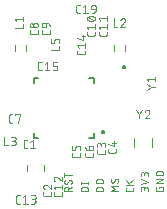
<source format=gbr>
G04 EAGLE Gerber RS-274X export*
G75*
%MOMM*%
%FSLAX34Y34*%
%LPD*%
%INSilkscreen Top*%
%IPPOS*%
%AMOC8*
5,1,8,0,0,1.08239X$1,22.5*%
G01*
%ADD10C,0.076200*%
%ADD11C,0.200000*%
%ADD12C,0.127000*%
%ADD13C,0.120000*%
%ADD14C,0.050800*%
%ADD15C,0.100000*%


D10*
X143889Y15941D02*
X143889Y17674D01*
X143887Y17756D01*
X143881Y17839D01*
X143871Y17921D01*
X143858Y18002D01*
X143840Y18083D01*
X143819Y18162D01*
X143794Y18241D01*
X143765Y18318D01*
X143732Y18394D01*
X143696Y18468D01*
X143657Y18541D01*
X143614Y18611D01*
X143568Y18679D01*
X143518Y18745D01*
X143466Y18809D01*
X143410Y18870D01*
X143352Y18928D01*
X143291Y18984D01*
X143227Y19036D01*
X143161Y19086D01*
X143093Y19132D01*
X143023Y19175D01*
X142950Y19214D01*
X142876Y19250D01*
X142800Y19283D01*
X142723Y19312D01*
X142644Y19337D01*
X142565Y19358D01*
X142484Y19376D01*
X142403Y19389D01*
X142321Y19399D01*
X142238Y19405D01*
X142156Y19407D01*
X142074Y19405D01*
X141991Y19399D01*
X141909Y19389D01*
X141828Y19376D01*
X141747Y19358D01*
X141668Y19337D01*
X141589Y19312D01*
X141512Y19283D01*
X141436Y19250D01*
X141362Y19214D01*
X141290Y19175D01*
X141219Y19132D01*
X141151Y19086D01*
X141085Y19036D01*
X141021Y18984D01*
X140960Y18928D01*
X140902Y18870D01*
X140846Y18809D01*
X140794Y18745D01*
X140744Y18679D01*
X140698Y18611D01*
X140655Y18541D01*
X140616Y18468D01*
X140580Y18394D01*
X140547Y18318D01*
X140518Y18241D01*
X140493Y18162D01*
X140472Y18083D01*
X140454Y18002D01*
X140441Y17921D01*
X140431Y17839D01*
X140425Y17756D01*
X140423Y17674D01*
X137651Y18020D02*
X137651Y15941D01*
X137651Y18020D02*
X137653Y18094D01*
X137659Y18167D01*
X137669Y18240D01*
X137682Y18313D01*
X137700Y18385D01*
X137721Y18455D01*
X137746Y18525D01*
X137775Y18593D01*
X137807Y18659D01*
X137843Y18724D01*
X137882Y18786D01*
X137924Y18847D01*
X137970Y18905D01*
X138019Y18960D01*
X138070Y19013D01*
X138124Y19063D01*
X138181Y19110D01*
X138240Y19154D01*
X138302Y19195D01*
X138365Y19232D01*
X138431Y19266D01*
X138498Y19297D01*
X138567Y19324D01*
X138637Y19347D01*
X138708Y19366D01*
X138780Y19382D01*
X138853Y19394D01*
X138926Y19402D01*
X139000Y19406D01*
X139074Y19406D01*
X139148Y19402D01*
X139221Y19394D01*
X139294Y19382D01*
X139366Y19366D01*
X139437Y19347D01*
X139507Y19324D01*
X139576Y19297D01*
X139643Y19266D01*
X139709Y19232D01*
X139772Y19195D01*
X139834Y19154D01*
X139893Y19110D01*
X139950Y19063D01*
X140004Y19013D01*
X140055Y18960D01*
X140104Y18905D01*
X140150Y18847D01*
X140192Y18786D01*
X140231Y18724D01*
X140267Y18659D01*
X140299Y18593D01*
X140328Y18525D01*
X140353Y18455D01*
X140374Y18385D01*
X140392Y18313D01*
X140405Y18240D01*
X140415Y18167D01*
X140421Y18094D01*
X140423Y18020D01*
X140423Y16634D01*
X137651Y21894D02*
X143889Y23974D01*
X137651Y26053D01*
X143889Y28541D02*
X143889Y30274D01*
X143887Y30356D01*
X143881Y30439D01*
X143871Y30521D01*
X143858Y30602D01*
X143840Y30683D01*
X143819Y30762D01*
X143794Y30841D01*
X143765Y30918D01*
X143732Y30994D01*
X143696Y31068D01*
X143657Y31141D01*
X143614Y31211D01*
X143568Y31279D01*
X143518Y31345D01*
X143466Y31409D01*
X143410Y31470D01*
X143352Y31528D01*
X143291Y31584D01*
X143227Y31636D01*
X143161Y31686D01*
X143093Y31732D01*
X143023Y31775D01*
X142950Y31814D01*
X142876Y31850D01*
X142800Y31883D01*
X142723Y31912D01*
X142644Y31937D01*
X142565Y31958D01*
X142484Y31976D01*
X142403Y31989D01*
X142321Y31999D01*
X142238Y32005D01*
X142156Y32007D01*
X142074Y32005D01*
X141991Y31999D01*
X141909Y31989D01*
X141828Y31976D01*
X141747Y31958D01*
X141668Y31937D01*
X141589Y31912D01*
X141512Y31883D01*
X141436Y31850D01*
X141362Y31814D01*
X141290Y31775D01*
X141219Y31732D01*
X141151Y31686D01*
X141085Y31636D01*
X141021Y31584D01*
X140960Y31528D01*
X140902Y31470D01*
X140846Y31409D01*
X140794Y31345D01*
X140744Y31279D01*
X140698Y31211D01*
X140655Y31141D01*
X140616Y31068D01*
X140580Y30994D01*
X140547Y30918D01*
X140518Y30841D01*
X140493Y30762D01*
X140472Y30683D01*
X140454Y30602D01*
X140441Y30521D01*
X140431Y30439D01*
X140425Y30356D01*
X140423Y30274D01*
X137651Y30620D02*
X137651Y28541D01*
X137651Y30620D02*
X137653Y30694D01*
X137659Y30767D01*
X137669Y30840D01*
X137682Y30913D01*
X137700Y30985D01*
X137721Y31055D01*
X137746Y31125D01*
X137775Y31193D01*
X137807Y31259D01*
X137843Y31324D01*
X137882Y31386D01*
X137924Y31447D01*
X137970Y31505D01*
X138019Y31560D01*
X138070Y31613D01*
X138124Y31663D01*
X138181Y31710D01*
X138240Y31754D01*
X138302Y31795D01*
X138365Y31832D01*
X138431Y31866D01*
X138498Y31897D01*
X138567Y31924D01*
X138637Y31947D01*
X138708Y31966D01*
X138780Y31982D01*
X138853Y31994D01*
X138926Y32002D01*
X139000Y32006D01*
X139074Y32006D01*
X139148Y32002D01*
X139221Y31994D01*
X139294Y31982D01*
X139366Y31966D01*
X139437Y31947D01*
X139507Y31924D01*
X139576Y31897D01*
X139643Y31866D01*
X139709Y31832D01*
X139772Y31795D01*
X139834Y31754D01*
X139893Y31710D01*
X139950Y31663D01*
X140004Y31613D01*
X140055Y31560D01*
X140104Y31505D01*
X140150Y31447D01*
X140192Y31386D01*
X140231Y31324D01*
X140267Y31259D01*
X140299Y31193D01*
X140328Y31125D01*
X140353Y31055D01*
X140374Y30985D01*
X140392Y30913D01*
X140405Y30840D01*
X140415Y30767D01*
X140421Y30694D01*
X140423Y30620D01*
X140423Y29234D01*
X153123Y19407D02*
X153123Y18367D01*
X153123Y19407D02*
X156589Y19407D01*
X156589Y17327D01*
X156587Y17254D01*
X156581Y17182D01*
X156572Y17110D01*
X156559Y17039D01*
X156542Y16968D01*
X156521Y16899D01*
X156497Y16830D01*
X156469Y16763D01*
X156438Y16698D01*
X156403Y16634D01*
X156365Y16572D01*
X156324Y16512D01*
X156280Y16455D01*
X156233Y16400D01*
X156183Y16347D01*
X156130Y16297D01*
X156075Y16250D01*
X156018Y16206D01*
X155958Y16165D01*
X155896Y16127D01*
X155832Y16092D01*
X155767Y16061D01*
X155700Y16033D01*
X155631Y16009D01*
X155562Y15988D01*
X155491Y15971D01*
X155420Y15958D01*
X155348Y15949D01*
X155276Y15943D01*
X155203Y15941D01*
X151737Y15941D01*
X151664Y15943D01*
X151592Y15949D01*
X151520Y15958D01*
X151449Y15971D01*
X151378Y15988D01*
X151309Y16009D01*
X151240Y16033D01*
X151173Y16061D01*
X151108Y16092D01*
X151044Y16127D01*
X150982Y16165D01*
X150922Y16206D01*
X150865Y16250D01*
X150810Y16297D01*
X150757Y16347D01*
X150707Y16400D01*
X150660Y16455D01*
X150616Y16512D01*
X150575Y16572D01*
X150537Y16634D01*
X150502Y16698D01*
X150471Y16763D01*
X150443Y16830D01*
X150419Y16899D01*
X150398Y16968D01*
X150381Y17039D01*
X150368Y17110D01*
X150359Y17182D01*
X150353Y17254D01*
X150351Y17327D01*
X150351Y19407D01*
X150351Y22661D02*
X156589Y22661D01*
X156589Y26127D02*
X150351Y22661D01*
X150351Y26127D02*
X156589Y26127D01*
X156589Y29381D02*
X150351Y29381D01*
X150351Y31114D01*
X150353Y31196D01*
X150359Y31279D01*
X150369Y31361D01*
X150382Y31442D01*
X150400Y31523D01*
X150421Y31602D01*
X150446Y31681D01*
X150475Y31758D01*
X150508Y31834D01*
X150544Y31908D01*
X150583Y31981D01*
X150626Y32051D01*
X150672Y32119D01*
X150722Y32185D01*
X150774Y32249D01*
X150830Y32310D01*
X150888Y32368D01*
X150949Y32424D01*
X151013Y32476D01*
X151079Y32526D01*
X151147Y32572D01*
X151218Y32615D01*
X151290Y32654D01*
X151364Y32690D01*
X151440Y32723D01*
X151517Y32752D01*
X151596Y32777D01*
X151675Y32798D01*
X151756Y32816D01*
X151837Y32829D01*
X151919Y32839D01*
X152002Y32845D01*
X152084Y32847D01*
X152084Y32846D02*
X154856Y32846D01*
X154856Y32847D02*
X154938Y32845D01*
X155021Y32839D01*
X155103Y32829D01*
X155184Y32816D01*
X155265Y32798D01*
X155344Y32777D01*
X155423Y32752D01*
X155500Y32723D01*
X155576Y32690D01*
X155650Y32654D01*
X155723Y32615D01*
X155793Y32572D01*
X155861Y32526D01*
X155927Y32476D01*
X155991Y32424D01*
X156052Y32368D01*
X156110Y32310D01*
X156166Y32249D01*
X156218Y32185D01*
X156268Y32119D01*
X156314Y32051D01*
X156357Y31981D01*
X156396Y31908D01*
X156432Y31834D01*
X156465Y31758D01*
X156494Y31681D01*
X156519Y31602D01*
X156540Y31523D01*
X156558Y31442D01*
X156571Y31361D01*
X156581Y31279D01*
X156587Y31196D01*
X156589Y31114D01*
X156589Y29381D01*
X131189Y18713D02*
X131189Y17327D01*
X131187Y17254D01*
X131181Y17182D01*
X131172Y17110D01*
X131159Y17039D01*
X131142Y16968D01*
X131121Y16899D01*
X131097Y16830D01*
X131069Y16763D01*
X131038Y16698D01*
X131003Y16634D01*
X130965Y16572D01*
X130924Y16512D01*
X130880Y16455D01*
X130833Y16400D01*
X130783Y16347D01*
X130730Y16297D01*
X130675Y16250D01*
X130618Y16206D01*
X130558Y16165D01*
X130496Y16127D01*
X130432Y16092D01*
X130367Y16061D01*
X130300Y16033D01*
X130231Y16009D01*
X130162Y15988D01*
X130091Y15971D01*
X130020Y15958D01*
X129948Y15949D01*
X129876Y15943D01*
X129803Y15941D01*
X126337Y15941D01*
X126264Y15943D01*
X126192Y15949D01*
X126120Y15958D01*
X126049Y15971D01*
X125978Y15988D01*
X125909Y16009D01*
X125840Y16033D01*
X125773Y16061D01*
X125708Y16092D01*
X125644Y16127D01*
X125582Y16165D01*
X125522Y16206D01*
X125465Y16250D01*
X125410Y16297D01*
X125357Y16347D01*
X125307Y16400D01*
X125260Y16455D01*
X125216Y16512D01*
X125175Y16572D01*
X125137Y16634D01*
X125102Y16698D01*
X125071Y16763D01*
X125043Y16830D01*
X125019Y16899D01*
X124998Y16968D01*
X124981Y17039D01*
X124968Y17110D01*
X124959Y17182D01*
X124953Y17254D01*
X124951Y17327D01*
X124951Y18713D01*
X124951Y21533D02*
X131189Y21533D01*
X128763Y21533D02*
X124951Y24998D01*
X127377Y22919D02*
X131189Y24998D01*
X118489Y15941D02*
X112251Y15941D01*
X115717Y18020D01*
X112251Y20100D01*
X118489Y20100D01*
X118489Y25087D02*
X118487Y25160D01*
X118481Y25232D01*
X118472Y25304D01*
X118459Y25375D01*
X118442Y25446D01*
X118421Y25515D01*
X118397Y25584D01*
X118369Y25651D01*
X118338Y25716D01*
X118303Y25780D01*
X118265Y25842D01*
X118224Y25902D01*
X118180Y25959D01*
X118133Y26014D01*
X118083Y26067D01*
X118030Y26117D01*
X117975Y26164D01*
X117918Y26208D01*
X117858Y26249D01*
X117796Y26287D01*
X117732Y26322D01*
X117667Y26353D01*
X117600Y26381D01*
X117531Y26405D01*
X117462Y26426D01*
X117391Y26443D01*
X117320Y26456D01*
X117248Y26465D01*
X117176Y26471D01*
X117103Y26473D01*
X118489Y25087D02*
X118487Y24982D01*
X118481Y24877D01*
X118472Y24772D01*
X118459Y24668D01*
X118442Y24564D01*
X118421Y24461D01*
X118397Y24359D01*
X118369Y24258D01*
X118338Y24158D01*
X118302Y24059D01*
X118264Y23961D01*
X118222Y23865D01*
X118176Y23770D01*
X118127Y23677D01*
X118075Y23586D01*
X118019Y23497D01*
X117961Y23409D01*
X117899Y23324D01*
X117834Y23242D01*
X117767Y23161D01*
X117696Y23083D01*
X117623Y23008D01*
X113637Y23181D02*
X113564Y23183D01*
X113492Y23189D01*
X113420Y23198D01*
X113349Y23211D01*
X113278Y23228D01*
X113209Y23249D01*
X113140Y23273D01*
X113073Y23301D01*
X113008Y23332D01*
X112944Y23367D01*
X112882Y23405D01*
X112822Y23446D01*
X112765Y23490D01*
X112710Y23537D01*
X112657Y23587D01*
X112607Y23640D01*
X112560Y23695D01*
X112516Y23752D01*
X112475Y23812D01*
X112437Y23874D01*
X112402Y23938D01*
X112371Y24003D01*
X112343Y24070D01*
X112319Y24139D01*
X112298Y24208D01*
X112281Y24279D01*
X112268Y24350D01*
X112259Y24422D01*
X112253Y24494D01*
X112251Y24567D01*
X112253Y24665D01*
X112258Y24764D01*
X112268Y24862D01*
X112281Y24959D01*
X112297Y25056D01*
X112318Y25152D01*
X112342Y25248D01*
X112369Y25342D01*
X112400Y25435D01*
X112435Y25527D01*
X112473Y25618D01*
X112515Y25707D01*
X112559Y25795D01*
X112608Y25881D01*
X112659Y25965D01*
X112713Y26047D01*
X112771Y26126D01*
X114850Y23874D02*
X114811Y23812D01*
X114769Y23752D01*
X114725Y23695D01*
X114677Y23639D01*
X114626Y23587D01*
X114573Y23537D01*
X114517Y23490D01*
X114459Y23446D01*
X114398Y23404D01*
X114336Y23367D01*
X114271Y23332D01*
X114205Y23301D01*
X114137Y23273D01*
X114069Y23249D01*
X113998Y23228D01*
X113927Y23211D01*
X113855Y23198D01*
X113783Y23189D01*
X113710Y23183D01*
X113637Y23181D01*
X115890Y25780D02*
X115929Y25842D01*
X115971Y25902D01*
X116016Y25959D01*
X116063Y26015D01*
X116114Y26067D01*
X116167Y26117D01*
X116223Y26164D01*
X116282Y26209D01*
X116342Y26250D01*
X116404Y26287D01*
X116469Y26322D01*
X116535Y26353D01*
X116603Y26381D01*
X116671Y26405D01*
X116742Y26426D01*
X116813Y26443D01*
X116885Y26456D01*
X116957Y26465D01*
X117030Y26471D01*
X117103Y26473D01*
X115890Y25780D02*
X114850Y23874D01*
X105789Y15941D02*
X99551Y15941D01*
X99551Y17674D01*
X99553Y17756D01*
X99559Y17839D01*
X99569Y17921D01*
X99582Y18002D01*
X99600Y18083D01*
X99621Y18162D01*
X99646Y18241D01*
X99675Y18318D01*
X99708Y18394D01*
X99744Y18468D01*
X99783Y18541D01*
X99826Y18611D01*
X99872Y18679D01*
X99922Y18745D01*
X99974Y18809D01*
X100030Y18870D01*
X100088Y18928D01*
X100149Y18984D01*
X100213Y19036D01*
X100279Y19086D01*
X100347Y19132D01*
X100418Y19175D01*
X100490Y19214D01*
X100564Y19250D01*
X100640Y19283D01*
X100717Y19312D01*
X100796Y19337D01*
X100875Y19358D01*
X100956Y19376D01*
X101037Y19389D01*
X101119Y19399D01*
X101202Y19405D01*
X101284Y19407D01*
X104056Y19407D01*
X104138Y19405D01*
X104221Y19399D01*
X104303Y19389D01*
X104384Y19376D01*
X104465Y19358D01*
X104544Y19337D01*
X104623Y19312D01*
X104700Y19283D01*
X104776Y19250D01*
X104850Y19214D01*
X104923Y19175D01*
X104993Y19132D01*
X105061Y19086D01*
X105127Y19036D01*
X105191Y18984D01*
X105252Y18928D01*
X105310Y18870D01*
X105366Y18809D01*
X105418Y18745D01*
X105468Y18679D01*
X105514Y18611D01*
X105557Y18541D01*
X105596Y18468D01*
X105632Y18394D01*
X105665Y18318D01*
X105694Y18241D01*
X105719Y18162D01*
X105740Y18083D01*
X105758Y18002D01*
X105771Y17921D01*
X105781Y17839D01*
X105787Y17756D01*
X105789Y17674D01*
X105789Y15941D01*
X104056Y22451D02*
X101284Y22451D01*
X101202Y22453D01*
X101119Y22459D01*
X101037Y22469D01*
X100956Y22482D01*
X100875Y22500D01*
X100796Y22521D01*
X100717Y22546D01*
X100640Y22575D01*
X100564Y22608D01*
X100490Y22644D01*
X100417Y22683D01*
X100347Y22726D01*
X100279Y22772D01*
X100213Y22822D01*
X100149Y22874D01*
X100088Y22930D01*
X100030Y22988D01*
X99974Y23049D01*
X99922Y23113D01*
X99872Y23179D01*
X99826Y23247D01*
X99783Y23318D01*
X99744Y23390D01*
X99708Y23464D01*
X99675Y23540D01*
X99646Y23617D01*
X99621Y23696D01*
X99600Y23775D01*
X99582Y23856D01*
X99569Y23937D01*
X99559Y24019D01*
X99553Y24102D01*
X99551Y24184D01*
X99553Y24266D01*
X99559Y24349D01*
X99569Y24431D01*
X99582Y24512D01*
X99600Y24593D01*
X99621Y24672D01*
X99646Y24751D01*
X99675Y24828D01*
X99708Y24904D01*
X99744Y24978D01*
X99783Y25051D01*
X99826Y25121D01*
X99872Y25189D01*
X99922Y25255D01*
X99974Y25319D01*
X100030Y25380D01*
X100088Y25438D01*
X100149Y25494D01*
X100213Y25546D01*
X100279Y25596D01*
X100347Y25642D01*
X100418Y25685D01*
X100490Y25724D01*
X100564Y25760D01*
X100640Y25793D01*
X100717Y25822D01*
X100796Y25847D01*
X100875Y25868D01*
X100956Y25886D01*
X101037Y25899D01*
X101119Y25909D01*
X101202Y25915D01*
X101284Y25917D01*
X104056Y25917D01*
X104138Y25915D01*
X104221Y25909D01*
X104303Y25899D01*
X104384Y25886D01*
X104465Y25868D01*
X104544Y25847D01*
X104623Y25822D01*
X104700Y25793D01*
X104776Y25760D01*
X104850Y25724D01*
X104922Y25685D01*
X104993Y25642D01*
X105061Y25596D01*
X105127Y25546D01*
X105191Y25494D01*
X105252Y25438D01*
X105310Y25380D01*
X105366Y25319D01*
X105418Y25255D01*
X105468Y25189D01*
X105514Y25121D01*
X105557Y25051D01*
X105596Y24978D01*
X105632Y24904D01*
X105665Y24828D01*
X105694Y24751D01*
X105719Y24672D01*
X105740Y24593D01*
X105758Y24512D01*
X105771Y24431D01*
X105781Y24349D01*
X105787Y24266D01*
X105789Y24184D01*
X105787Y24102D01*
X105781Y24019D01*
X105771Y23937D01*
X105758Y23856D01*
X105740Y23775D01*
X105719Y23696D01*
X105694Y23617D01*
X105665Y23540D01*
X105632Y23464D01*
X105596Y23390D01*
X105557Y23318D01*
X105514Y23247D01*
X105468Y23179D01*
X105418Y23113D01*
X105366Y23049D01*
X105310Y22988D01*
X105252Y22930D01*
X105191Y22874D01*
X105127Y22822D01*
X105061Y22772D01*
X104993Y22726D01*
X104923Y22683D01*
X104850Y22644D01*
X104776Y22608D01*
X104700Y22575D01*
X104623Y22546D01*
X104544Y22521D01*
X104465Y22500D01*
X104384Y22482D01*
X104303Y22469D01*
X104221Y22459D01*
X104138Y22453D01*
X104056Y22451D01*
X93089Y15941D02*
X86851Y15941D01*
X86851Y17674D01*
X86853Y17756D01*
X86859Y17839D01*
X86869Y17921D01*
X86882Y18002D01*
X86900Y18083D01*
X86921Y18162D01*
X86946Y18241D01*
X86975Y18318D01*
X87008Y18394D01*
X87044Y18468D01*
X87083Y18541D01*
X87126Y18611D01*
X87172Y18679D01*
X87222Y18745D01*
X87274Y18809D01*
X87330Y18870D01*
X87388Y18928D01*
X87449Y18984D01*
X87513Y19036D01*
X87579Y19086D01*
X87647Y19132D01*
X87718Y19175D01*
X87790Y19214D01*
X87864Y19250D01*
X87940Y19283D01*
X88017Y19312D01*
X88096Y19337D01*
X88175Y19358D01*
X88256Y19376D01*
X88337Y19389D01*
X88419Y19399D01*
X88502Y19405D01*
X88584Y19407D01*
X91356Y19407D01*
X91438Y19405D01*
X91521Y19399D01*
X91603Y19389D01*
X91684Y19376D01*
X91765Y19358D01*
X91844Y19337D01*
X91923Y19312D01*
X92000Y19283D01*
X92076Y19250D01*
X92150Y19214D01*
X92223Y19175D01*
X92293Y19132D01*
X92361Y19086D01*
X92427Y19036D01*
X92491Y18984D01*
X92552Y18928D01*
X92610Y18870D01*
X92666Y18809D01*
X92718Y18745D01*
X92768Y18679D01*
X92814Y18611D01*
X92857Y18541D01*
X92896Y18468D01*
X92932Y18394D01*
X92965Y18318D01*
X92994Y18241D01*
X93019Y18162D01*
X93040Y18083D01*
X93058Y18002D01*
X93071Y17921D01*
X93081Y17839D01*
X93087Y17756D01*
X93089Y17674D01*
X93089Y15941D01*
X93089Y22924D02*
X86851Y22924D01*
X93089Y22231D02*
X93089Y23617D01*
X86851Y23617D02*
X86851Y22231D01*
X79119Y15941D02*
X72881Y15941D01*
X72881Y17674D01*
X72883Y17756D01*
X72889Y17839D01*
X72899Y17921D01*
X72912Y18002D01*
X72930Y18083D01*
X72951Y18162D01*
X72976Y18241D01*
X73005Y18318D01*
X73038Y18394D01*
X73074Y18468D01*
X73113Y18541D01*
X73156Y18611D01*
X73202Y18679D01*
X73252Y18745D01*
X73304Y18809D01*
X73360Y18870D01*
X73418Y18928D01*
X73479Y18984D01*
X73543Y19036D01*
X73609Y19086D01*
X73677Y19132D01*
X73748Y19175D01*
X73820Y19214D01*
X73894Y19250D01*
X73970Y19283D01*
X74047Y19312D01*
X74126Y19337D01*
X74205Y19358D01*
X74286Y19376D01*
X74367Y19389D01*
X74449Y19399D01*
X74532Y19405D01*
X74614Y19407D01*
X74696Y19405D01*
X74779Y19399D01*
X74861Y19389D01*
X74942Y19376D01*
X75023Y19358D01*
X75102Y19337D01*
X75181Y19312D01*
X75258Y19283D01*
X75334Y19250D01*
X75408Y19214D01*
X75481Y19175D01*
X75551Y19132D01*
X75619Y19086D01*
X75685Y19036D01*
X75749Y18984D01*
X75810Y18928D01*
X75868Y18870D01*
X75924Y18809D01*
X75976Y18745D01*
X76026Y18679D01*
X76072Y18611D01*
X76115Y18541D01*
X76154Y18468D01*
X76190Y18394D01*
X76223Y18318D01*
X76252Y18241D01*
X76277Y18162D01*
X76298Y18083D01*
X76316Y18002D01*
X76329Y17921D01*
X76339Y17839D01*
X76345Y17756D01*
X76347Y17674D01*
X76347Y15941D01*
X76347Y18020D02*
X79119Y19407D01*
X79119Y24062D02*
X79117Y24135D01*
X79111Y24207D01*
X79102Y24279D01*
X79089Y24350D01*
X79072Y24421D01*
X79051Y24490D01*
X79027Y24559D01*
X78999Y24626D01*
X78968Y24691D01*
X78933Y24755D01*
X78895Y24817D01*
X78854Y24877D01*
X78810Y24934D01*
X78763Y24989D01*
X78713Y25042D01*
X78660Y25092D01*
X78605Y25139D01*
X78548Y25183D01*
X78488Y25224D01*
X78426Y25262D01*
X78362Y25297D01*
X78297Y25328D01*
X78230Y25356D01*
X78161Y25380D01*
X78092Y25401D01*
X78021Y25418D01*
X77950Y25431D01*
X77878Y25440D01*
X77806Y25446D01*
X77733Y25448D01*
X79119Y24062D02*
X79117Y23957D01*
X79111Y23852D01*
X79102Y23747D01*
X79089Y23643D01*
X79072Y23539D01*
X79051Y23436D01*
X79027Y23334D01*
X78999Y23233D01*
X78968Y23133D01*
X78932Y23034D01*
X78894Y22936D01*
X78852Y22840D01*
X78806Y22745D01*
X78757Y22652D01*
X78705Y22561D01*
X78649Y22472D01*
X78591Y22384D01*
X78529Y22299D01*
X78464Y22217D01*
X78397Y22136D01*
X78326Y22058D01*
X78253Y21983D01*
X74267Y22157D02*
X74194Y22159D01*
X74122Y22165D01*
X74050Y22174D01*
X73979Y22187D01*
X73908Y22204D01*
X73839Y22225D01*
X73770Y22249D01*
X73703Y22277D01*
X73638Y22308D01*
X73574Y22343D01*
X73512Y22381D01*
X73452Y22422D01*
X73395Y22466D01*
X73340Y22513D01*
X73287Y22563D01*
X73237Y22616D01*
X73190Y22671D01*
X73146Y22728D01*
X73105Y22788D01*
X73067Y22850D01*
X73032Y22914D01*
X73001Y22979D01*
X72973Y23046D01*
X72949Y23115D01*
X72928Y23184D01*
X72911Y23255D01*
X72898Y23326D01*
X72889Y23398D01*
X72883Y23470D01*
X72881Y23543D01*
X72883Y23641D01*
X72888Y23740D01*
X72898Y23838D01*
X72911Y23935D01*
X72927Y24032D01*
X72948Y24128D01*
X72972Y24224D01*
X72999Y24318D01*
X73030Y24411D01*
X73065Y24503D01*
X73103Y24594D01*
X73145Y24683D01*
X73189Y24771D01*
X73238Y24857D01*
X73289Y24941D01*
X73343Y25023D01*
X73401Y25102D01*
X75480Y22849D02*
X75441Y22787D01*
X75399Y22727D01*
X75355Y22670D01*
X75307Y22614D01*
X75256Y22562D01*
X75203Y22512D01*
X75147Y22465D01*
X75089Y22421D01*
X75028Y22379D01*
X74966Y22342D01*
X74901Y22307D01*
X74835Y22276D01*
X74767Y22248D01*
X74699Y22224D01*
X74628Y22203D01*
X74557Y22186D01*
X74485Y22173D01*
X74413Y22164D01*
X74340Y22158D01*
X74267Y22156D01*
X76520Y24756D02*
X76559Y24818D01*
X76601Y24878D01*
X76646Y24935D01*
X76693Y24991D01*
X76744Y25043D01*
X76797Y25093D01*
X76853Y25140D01*
X76912Y25185D01*
X76972Y25226D01*
X77034Y25263D01*
X77099Y25298D01*
X77165Y25329D01*
X77233Y25357D01*
X77301Y25381D01*
X77372Y25402D01*
X77443Y25419D01*
X77515Y25432D01*
X77587Y25441D01*
X77660Y25447D01*
X77733Y25449D01*
X76520Y24756D02*
X75480Y22849D01*
X72881Y29386D02*
X79119Y29386D01*
X72881Y27653D02*
X72881Y31119D01*
D11*
X104340Y66260D02*
X104342Y66323D01*
X104348Y66385D01*
X104358Y66447D01*
X104371Y66509D01*
X104389Y66569D01*
X104410Y66628D01*
X104435Y66686D01*
X104464Y66742D01*
X104496Y66796D01*
X104531Y66848D01*
X104569Y66897D01*
X104611Y66945D01*
X104655Y66989D01*
X104703Y67031D01*
X104752Y67069D01*
X104804Y67104D01*
X104858Y67136D01*
X104914Y67165D01*
X104972Y67190D01*
X105031Y67211D01*
X105091Y67229D01*
X105153Y67242D01*
X105215Y67252D01*
X105277Y67258D01*
X105340Y67260D01*
X105403Y67258D01*
X105465Y67252D01*
X105527Y67242D01*
X105589Y67229D01*
X105649Y67211D01*
X105708Y67190D01*
X105766Y67165D01*
X105822Y67136D01*
X105876Y67104D01*
X105928Y67069D01*
X105977Y67031D01*
X106025Y66989D01*
X106069Y66945D01*
X106111Y66897D01*
X106149Y66848D01*
X106184Y66796D01*
X106216Y66742D01*
X106245Y66686D01*
X106270Y66628D01*
X106291Y66569D01*
X106309Y66509D01*
X106322Y66447D01*
X106332Y66385D01*
X106338Y66323D01*
X106340Y66260D01*
X106338Y66197D01*
X106332Y66135D01*
X106322Y66073D01*
X106309Y66011D01*
X106291Y65951D01*
X106270Y65892D01*
X106245Y65834D01*
X106216Y65778D01*
X106184Y65724D01*
X106149Y65672D01*
X106111Y65623D01*
X106069Y65575D01*
X106025Y65531D01*
X105977Y65489D01*
X105928Y65451D01*
X105876Y65416D01*
X105822Y65384D01*
X105766Y65355D01*
X105708Y65330D01*
X105649Y65309D01*
X105589Y65291D01*
X105527Y65278D01*
X105465Y65268D01*
X105403Y65262D01*
X105340Y65260D01*
X105277Y65262D01*
X105215Y65268D01*
X105153Y65278D01*
X105091Y65291D01*
X105031Y65309D01*
X104972Y65330D01*
X104914Y65355D01*
X104858Y65384D01*
X104804Y65416D01*
X104752Y65451D01*
X104703Y65489D01*
X104655Y65531D01*
X104611Y65575D01*
X104569Y65623D01*
X104531Y65672D01*
X104496Y65724D01*
X104464Y65778D01*
X104435Y65834D01*
X104410Y65892D01*
X104389Y65951D01*
X104371Y66011D01*
X104358Y66073D01*
X104348Y66135D01*
X104342Y66197D01*
X104340Y66260D01*
D12*
X50890Y111860D02*
X46890Y111860D01*
X46890Y60860D02*
X50890Y60860D01*
X93890Y111860D02*
X97890Y111860D01*
X97890Y60860D02*
X93890Y60860D01*
X46890Y107860D02*
X46890Y111860D01*
X46890Y64860D02*
X46890Y60860D01*
X97890Y107860D02*
X97890Y111860D01*
X97890Y64860D02*
X97890Y60860D01*
D13*
X55260Y38110D02*
X55260Y33010D01*
X41260Y33010D02*
X41260Y38110D01*
D14*
X41515Y52324D02*
X39934Y52324D01*
X39856Y52326D01*
X39779Y52332D01*
X39702Y52341D01*
X39626Y52354D01*
X39550Y52371D01*
X39475Y52392D01*
X39402Y52416D01*
X39329Y52444D01*
X39258Y52476D01*
X39189Y52511D01*
X39122Y52549D01*
X39056Y52590D01*
X38993Y52635D01*
X38932Y52683D01*
X38873Y52733D01*
X38817Y52787D01*
X38763Y52843D01*
X38713Y52902D01*
X38665Y52963D01*
X38620Y53026D01*
X38579Y53092D01*
X38541Y53159D01*
X38506Y53228D01*
X38474Y53299D01*
X38446Y53372D01*
X38422Y53445D01*
X38401Y53520D01*
X38384Y53596D01*
X38371Y53672D01*
X38362Y53749D01*
X38356Y53826D01*
X38354Y53904D01*
X38354Y57856D01*
X38356Y57934D01*
X38362Y58011D01*
X38371Y58088D01*
X38384Y58164D01*
X38401Y58240D01*
X38422Y58315D01*
X38446Y58388D01*
X38474Y58461D01*
X38506Y58532D01*
X38541Y58601D01*
X38579Y58668D01*
X38620Y58734D01*
X38665Y58797D01*
X38713Y58858D01*
X38763Y58917D01*
X38817Y58973D01*
X38873Y59027D01*
X38932Y59077D01*
X38993Y59125D01*
X39056Y59170D01*
X39122Y59211D01*
X39189Y59249D01*
X39258Y59284D01*
X39329Y59316D01*
X39402Y59344D01*
X39475Y59368D01*
X39550Y59389D01*
X39626Y59406D01*
X39702Y59419D01*
X39779Y59428D01*
X39856Y59434D01*
X39934Y59436D01*
X41515Y59436D01*
X44087Y57856D02*
X46063Y59436D01*
X46063Y52324D01*
X48038Y52324D02*
X44087Y52324D01*
X61976Y14845D02*
X61976Y13264D01*
X61974Y13186D01*
X61968Y13109D01*
X61959Y13032D01*
X61946Y12956D01*
X61929Y12880D01*
X61908Y12805D01*
X61884Y12732D01*
X61856Y12659D01*
X61824Y12588D01*
X61789Y12519D01*
X61751Y12452D01*
X61710Y12386D01*
X61665Y12323D01*
X61617Y12262D01*
X61567Y12203D01*
X61513Y12147D01*
X61457Y12093D01*
X61398Y12043D01*
X61337Y11995D01*
X61274Y11950D01*
X61208Y11909D01*
X61141Y11871D01*
X61072Y11836D01*
X61001Y11804D01*
X60928Y11776D01*
X60855Y11752D01*
X60780Y11731D01*
X60704Y11714D01*
X60628Y11701D01*
X60551Y11692D01*
X60474Y11686D01*
X60396Y11684D01*
X56444Y11684D01*
X56366Y11686D01*
X56289Y11692D01*
X56212Y11701D01*
X56136Y11714D01*
X56060Y11731D01*
X55985Y11752D01*
X55911Y11776D01*
X55839Y11804D01*
X55768Y11836D01*
X55699Y11871D01*
X55631Y11909D01*
X55566Y11950D01*
X55502Y11995D01*
X55441Y12043D01*
X55382Y12094D01*
X55326Y12147D01*
X55273Y12203D01*
X55222Y12262D01*
X55174Y12323D01*
X55129Y12387D01*
X55088Y12452D01*
X55050Y12520D01*
X55015Y12589D01*
X54983Y12660D01*
X54955Y12732D01*
X54931Y12806D01*
X54910Y12881D01*
X54893Y12957D01*
X54880Y13033D01*
X54871Y13110D01*
X54865Y13187D01*
X54863Y13265D01*
X54864Y13264D02*
X54864Y14845D01*
X54864Y19590D02*
X54866Y19672D01*
X54872Y19754D01*
X54881Y19836D01*
X54894Y19917D01*
X54911Y19997D01*
X54932Y20077D01*
X54956Y20155D01*
X54984Y20232D01*
X55015Y20308D01*
X55050Y20383D01*
X55089Y20455D01*
X55130Y20526D01*
X55175Y20595D01*
X55223Y20661D01*
X55274Y20726D01*
X55328Y20788D01*
X55385Y20847D01*
X55444Y20904D01*
X55506Y20958D01*
X55571Y21009D01*
X55637Y21057D01*
X55706Y21102D01*
X55777Y21143D01*
X55849Y21182D01*
X55924Y21217D01*
X56000Y21248D01*
X56077Y21276D01*
X56155Y21300D01*
X56235Y21321D01*
X56315Y21338D01*
X56396Y21351D01*
X56478Y21360D01*
X56560Y21366D01*
X56642Y21368D01*
X54864Y19590D02*
X54866Y19497D01*
X54872Y19405D01*
X54881Y19313D01*
X54894Y19221D01*
X54911Y19130D01*
X54931Y19040D01*
X54955Y18950D01*
X54983Y18862D01*
X55015Y18774D01*
X55049Y18689D01*
X55088Y18604D01*
X55129Y18522D01*
X55174Y18441D01*
X55223Y18361D01*
X55274Y18284D01*
X55328Y18209D01*
X55386Y18137D01*
X55446Y18066D01*
X55510Y17999D01*
X55575Y17934D01*
X55644Y17871D01*
X55715Y17812D01*
X55788Y17755D01*
X55864Y17701D01*
X55941Y17651D01*
X56021Y17603D01*
X56103Y17559D01*
X56186Y17519D01*
X56271Y17481D01*
X56357Y17447D01*
X56444Y17417D01*
X58025Y20776D02*
X57964Y20837D01*
X57901Y20895D01*
X57835Y20950D01*
X57767Y21003D01*
X57696Y21052D01*
X57624Y21097D01*
X57549Y21140D01*
X57473Y21179D01*
X57394Y21215D01*
X57315Y21247D01*
X57234Y21275D01*
X57151Y21300D01*
X57068Y21321D01*
X56984Y21338D01*
X56899Y21352D01*
X56814Y21361D01*
X56728Y21367D01*
X56642Y21369D01*
X58025Y20776D02*
X61976Y17417D01*
X61976Y21368D01*
X107696Y48824D02*
X107696Y50405D01*
X107696Y48824D02*
X107694Y48746D01*
X107688Y48669D01*
X107679Y48592D01*
X107666Y48516D01*
X107649Y48440D01*
X107628Y48365D01*
X107604Y48292D01*
X107576Y48219D01*
X107544Y48148D01*
X107509Y48079D01*
X107471Y48012D01*
X107430Y47946D01*
X107385Y47883D01*
X107337Y47822D01*
X107287Y47763D01*
X107233Y47707D01*
X107177Y47653D01*
X107118Y47603D01*
X107057Y47555D01*
X106994Y47510D01*
X106928Y47469D01*
X106861Y47431D01*
X106792Y47396D01*
X106721Y47364D01*
X106648Y47336D01*
X106575Y47312D01*
X106500Y47291D01*
X106424Y47274D01*
X106348Y47261D01*
X106271Y47252D01*
X106194Y47246D01*
X106116Y47244D01*
X102164Y47244D01*
X102086Y47246D01*
X102009Y47252D01*
X101932Y47261D01*
X101856Y47274D01*
X101780Y47291D01*
X101705Y47312D01*
X101631Y47336D01*
X101559Y47364D01*
X101488Y47396D01*
X101419Y47431D01*
X101351Y47469D01*
X101286Y47510D01*
X101222Y47555D01*
X101161Y47603D01*
X101102Y47654D01*
X101046Y47707D01*
X100993Y47763D01*
X100942Y47822D01*
X100894Y47883D01*
X100849Y47947D01*
X100808Y48012D01*
X100770Y48080D01*
X100735Y48149D01*
X100703Y48220D01*
X100675Y48292D01*
X100651Y48366D01*
X100630Y48441D01*
X100613Y48517D01*
X100600Y48593D01*
X100591Y48670D01*
X100585Y48747D01*
X100583Y48825D01*
X100584Y48824D02*
X100584Y50405D01*
X107696Y52977D02*
X107696Y54953D01*
X107694Y55040D01*
X107688Y55128D01*
X107679Y55215D01*
X107665Y55301D01*
X107648Y55387D01*
X107627Y55471D01*
X107602Y55555D01*
X107573Y55638D01*
X107541Y55719D01*
X107506Y55799D01*
X107467Y55877D01*
X107424Y55954D01*
X107378Y56028D01*
X107329Y56100D01*
X107277Y56170D01*
X107221Y56238D01*
X107163Y56303D01*
X107102Y56366D01*
X107038Y56425D01*
X106971Y56482D01*
X106903Y56536D01*
X106831Y56587D01*
X106758Y56634D01*
X106683Y56679D01*
X106605Y56720D01*
X106526Y56757D01*
X106446Y56791D01*
X106364Y56821D01*
X106281Y56848D01*
X106196Y56871D01*
X106111Y56890D01*
X106025Y56905D01*
X105938Y56917D01*
X105851Y56925D01*
X105764Y56929D01*
X105676Y56929D01*
X105589Y56925D01*
X105502Y56917D01*
X105415Y56905D01*
X105329Y56890D01*
X105244Y56871D01*
X105159Y56848D01*
X105076Y56821D01*
X104994Y56791D01*
X104914Y56757D01*
X104835Y56720D01*
X104757Y56679D01*
X104682Y56634D01*
X104609Y56587D01*
X104537Y56536D01*
X104469Y56482D01*
X104402Y56425D01*
X104338Y56366D01*
X104277Y56303D01*
X104219Y56238D01*
X104163Y56170D01*
X104111Y56100D01*
X104062Y56028D01*
X104016Y55954D01*
X103973Y55877D01*
X103934Y55799D01*
X103899Y55719D01*
X103867Y55638D01*
X103838Y55555D01*
X103813Y55471D01*
X103792Y55387D01*
X103775Y55301D01*
X103761Y55215D01*
X103752Y55128D01*
X103746Y55040D01*
X103744Y54953D01*
X100584Y55348D02*
X100584Y52977D01*
X100584Y55348D02*
X100586Y55427D01*
X100592Y55505D01*
X100602Y55583D01*
X100615Y55661D01*
X100633Y55738D01*
X100654Y55814D01*
X100679Y55888D01*
X100708Y55962D01*
X100740Y56034D01*
X100776Y56104D01*
X100816Y56172D01*
X100859Y56238D01*
X100905Y56302D01*
X100954Y56364D01*
X101006Y56423D01*
X101061Y56479D01*
X101119Y56533D01*
X101179Y56583D01*
X101242Y56631D01*
X101307Y56675D01*
X101374Y56716D01*
X101443Y56754D01*
X101514Y56788D01*
X101587Y56819D01*
X101661Y56846D01*
X101736Y56869D01*
X101812Y56888D01*
X101890Y56904D01*
X101968Y56916D01*
X102046Y56924D01*
X102125Y56928D01*
X102203Y56928D01*
X102282Y56924D01*
X102360Y56916D01*
X102438Y56904D01*
X102516Y56888D01*
X102592Y56869D01*
X102667Y56846D01*
X102741Y56819D01*
X102814Y56788D01*
X102885Y56754D01*
X102954Y56716D01*
X103021Y56675D01*
X103086Y56631D01*
X103149Y56583D01*
X103209Y56533D01*
X103267Y56479D01*
X103322Y56423D01*
X103374Y56364D01*
X103423Y56302D01*
X103469Y56238D01*
X103512Y56172D01*
X103552Y56104D01*
X103588Y56034D01*
X103620Y55962D01*
X103649Y55888D01*
X103674Y55814D01*
X103695Y55738D01*
X103713Y55661D01*
X103726Y55583D01*
X103736Y55505D01*
X103742Y55427D01*
X103744Y55348D01*
X103745Y55348D02*
X103745Y53767D01*
X116586Y51675D02*
X116586Y50094D01*
X116584Y50016D01*
X116578Y49939D01*
X116569Y49862D01*
X116556Y49786D01*
X116539Y49710D01*
X116518Y49635D01*
X116494Y49562D01*
X116466Y49489D01*
X116434Y49418D01*
X116399Y49349D01*
X116361Y49282D01*
X116320Y49216D01*
X116275Y49153D01*
X116227Y49092D01*
X116177Y49033D01*
X116123Y48977D01*
X116067Y48923D01*
X116008Y48873D01*
X115947Y48825D01*
X115884Y48780D01*
X115818Y48739D01*
X115751Y48701D01*
X115682Y48666D01*
X115611Y48634D01*
X115538Y48606D01*
X115465Y48582D01*
X115390Y48561D01*
X115314Y48544D01*
X115238Y48531D01*
X115161Y48522D01*
X115084Y48516D01*
X115006Y48514D01*
X111054Y48514D01*
X110976Y48516D01*
X110899Y48522D01*
X110822Y48531D01*
X110746Y48544D01*
X110670Y48561D01*
X110595Y48582D01*
X110521Y48606D01*
X110449Y48634D01*
X110378Y48666D01*
X110309Y48701D01*
X110241Y48739D01*
X110176Y48780D01*
X110112Y48825D01*
X110051Y48873D01*
X109992Y48924D01*
X109936Y48977D01*
X109883Y49033D01*
X109832Y49092D01*
X109784Y49153D01*
X109739Y49217D01*
X109698Y49282D01*
X109660Y49350D01*
X109625Y49419D01*
X109593Y49490D01*
X109565Y49562D01*
X109541Y49636D01*
X109520Y49711D01*
X109503Y49787D01*
X109490Y49863D01*
X109481Y49940D01*
X109475Y50017D01*
X109473Y50095D01*
X109474Y50094D02*
X109474Y51675D01*
X109474Y55828D02*
X115006Y54247D01*
X115006Y58198D01*
X113425Y57013D02*
X116586Y57013D01*
X86106Y47865D02*
X86106Y46284D01*
X86104Y46206D01*
X86098Y46129D01*
X86089Y46052D01*
X86076Y45976D01*
X86059Y45900D01*
X86038Y45825D01*
X86014Y45752D01*
X85986Y45679D01*
X85954Y45608D01*
X85919Y45539D01*
X85881Y45472D01*
X85840Y45406D01*
X85795Y45343D01*
X85747Y45282D01*
X85697Y45223D01*
X85643Y45167D01*
X85587Y45113D01*
X85528Y45063D01*
X85467Y45015D01*
X85404Y44970D01*
X85338Y44929D01*
X85271Y44891D01*
X85202Y44856D01*
X85131Y44824D01*
X85058Y44796D01*
X84985Y44772D01*
X84910Y44751D01*
X84834Y44734D01*
X84758Y44721D01*
X84681Y44712D01*
X84604Y44706D01*
X84526Y44704D01*
X80574Y44704D01*
X80496Y44706D01*
X80419Y44712D01*
X80342Y44721D01*
X80266Y44734D01*
X80190Y44751D01*
X80115Y44772D01*
X80041Y44796D01*
X79969Y44824D01*
X79898Y44856D01*
X79829Y44891D01*
X79761Y44929D01*
X79696Y44970D01*
X79632Y45015D01*
X79571Y45063D01*
X79512Y45114D01*
X79456Y45167D01*
X79403Y45223D01*
X79352Y45282D01*
X79304Y45343D01*
X79259Y45407D01*
X79218Y45472D01*
X79180Y45540D01*
X79145Y45609D01*
X79113Y45680D01*
X79085Y45752D01*
X79061Y45826D01*
X79040Y45901D01*
X79023Y45977D01*
X79010Y46053D01*
X79001Y46130D01*
X78995Y46207D01*
X78993Y46285D01*
X78994Y46284D02*
X78994Y47865D01*
X86106Y50437D02*
X86106Y52808D01*
X86104Y52886D01*
X86098Y52963D01*
X86089Y53040D01*
X86076Y53116D01*
X86059Y53192D01*
X86038Y53267D01*
X86014Y53340D01*
X85986Y53413D01*
X85954Y53484D01*
X85919Y53553D01*
X85881Y53620D01*
X85840Y53686D01*
X85795Y53749D01*
X85747Y53810D01*
X85697Y53869D01*
X85643Y53925D01*
X85587Y53979D01*
X85528Y54029D01*
X85467Y54077D01*
X85404Y54122D01*
X85338Y54163D01*
X85271Y54201D01*
X85202Y54236D01*
X85131Y54268D01*
X85058Y54296D01*
X84985Y54320D01*
X84910Y54341D01*
X84834Y54358D01*
X84758Y54371D01*
X84681Y54380D01*
X84604Y54386D01*
X84526Y54388D01*
X83735Y54388D01*
X83657Y54386D01*
X83580Y54380D01*
X83503Y54371D01*
X83427Y54358D01*
X83351Y54341D01*
X83276Y54320D01*
X83203Y54296D01*
X83130Y54268D01*
X83059Y54236D01*
X82990Y54201D01*
X82923Y54163D01*
X82857Y54122D01*
X82794Y54077D01*
X82733Y54029D01*
X82674Y53979D01*
X82618Y53925D01*
X82564Y53869D01*
X82514Y53810D01*
X82466Y53749D01*
X82421Y53686D01*
X82380Y53620D01*
X82342Y53553D01*
X82307Y53484D01*
X82275Y53413D01*
X82247Y53340D01*
X82223Y53267D01*
X82202Y53192D01*
X82185Y53116D01*
X82172Y53040D01*
X82163Y52963D01*
X82157Y52886D01*
X82155Y52808D01*
X82155Y50437D01*
X78994Y50437D01*
X78994Y54388D01*
X97536Y47865D02*
X97536Y46284D01*
X97534Y46206D01*
X97528Y46129D01*
X97519Y46052D01*
X97506Y45976D01*
X97489Y45900D01*
X97468Y45825D01*
X97444Y45752D01*
X97416Y45679D01*
X97384Y45608D01*
X97349Y45539D01*
X97311Y45472D01*
X97270Y45406D01*
X97225Y45343D01*
X97177Y45282D01*
X97127Y45223D01*
X97073Y45167D01*
X97017Y45113D01*
X96958Y45063D01*
X96897Y45015D01*
X96834Y44970D01*
X96768Y44929D01*
X96701Y44891D01*
X96632Y44856D01*
X96561Y44824D01*
X96488Y44796D01*
X96415Y44772D01*
X96340Y44751D01*
X96264Y44734D01*
X96188Y44721D01*
X96111Y44712D01*
X96034Y44706D01*
X95956Y44704D01*
X92004Y44704D01*
X91926Y44706D01*
X91849Y44712D01*
X91772Y44721D01*
X91696Y44734D01*
X91620Y44751D01*
X91545Y44772D01*
X91471Y44796D01*
X91399Y44824D01*
X91328Y44856D01*
X91259Y44891D01*
X91191Y44929D01*
X91126Y44970D01*
X91062Y45015D01*
X91001Y45063D01*
X90942Y45114D01*
X90886Y45167D01*
X90833Y45223D01*
X90782Y45282D01*
X90734Y45343D01*
X90689Y45407D01*
X90648Y45472D01*
X90610Y45540D01*
X90575Y45609D01*
X90543Y45680D01*
X90515Y45752D01*
X90491Y45826D01*
X90470Y45901D01*
X90453Y45977D01*
X90440Y46053D01*
X90431Y46130D01*
X90425Y46207D01*
X90423Y46285D01*
X90424Y46284D02*
X90424Y47865D01*
X93585Y50437D02*
X93585Y52808D01*
X93587Y52886D01*
X93593Y52963D01*
X93602Y53040D01*
X93615Y53116D01*
X93632Y53192D01*
X93653Y53267D01*
X93677Y53340D01*
X93705Y53413D01*
X93737Y53484D01*
X93772Y53553D01*
X93810Y53620D01*
X93851Y53686D01*
X93896Y53749D01*
X93944Y53810D01*
X93994Y53869D01*
X94048Y53925D01*
X94104Y53979D01*
X94163Y54029D01*
X94224Y54077D01*
X94287Y54122D01*
X94353Y54163D01*
X94420Y54201D01*
X94489Y54236D01*
X94560Y54268D01*
X94633Y54296D01*
X94706Y54320D01*
X94781Y54341D01*
X94857Y54358D01*
X94933Y54371D01*
X95010Y54380D01*
X95087Y54386D01*
X95165Y54388D01*
X95560Y54388D01*
X95560Y54389D02*
X95647Y54387D01*
X95735Y54381D01*
X95822Y54372D01*
X95908Y54358D01*
X95994Y54341D01*
X96078Y54320D01*
X96162Y54295D01*
X96245Y54266D01*
X96326Y54234D01*
X96406Y54199D01*
X96484Y54160D01*
X96561Y54117D01*
X96635Y54071D01*
X96707Y54022D01*
X96777Y53970D01*
X96845Y53914D01*
X96910Y53856D01*
X96973Y53795D01*
X97032Y53731D01*
X97089Y53664D01*
X97143Y53596D01*
X97194Y53524D01*
X97241Y53451D01*
X97286Y53376D01*
X97327Y53298D01*
X97364Y53219D01*
X97398Y53139D01*
X97428Y53057D01*
X97455Y52974D01*
X97478Y52889D01*
X97497Y52804D01*
X97512Y52718D01*
X97524Y52631D01*
X97532Y52544D01*
X97536Y52457D01*
X97536Y52369D01*
X97532Y52282D01*
X97524Y52195D01*
X97512Y52108D01*
X97497Y52022D01*
X97478Y51937D01*
X97455Y51852D01*
X97428Y51769D01*
X97398Y51687D01*
X97364Y51607D01*
X97327Y51528D01*
X97286Y51450D01*
X97241Y51375D01*
X97194Y51302D01*
X97143Y51230D01*
X97089Y51162D01*
X97032Y51095D01*
X96973Y51031D01*
X96910Y50970D01*
X96845Y50912D01*
X96777Y50856D01*
X96707Y50804D01*
X96635Y50755D01*
X96561Y50709D01*
X96484Y50666D01*
X96406Y50627D01*
X96326Y50592D01*
X96245Y50560D01*
X96162Y50531D01*
X96078Y50506D01*
X95994Y50485D01*
X95908Y50468D01*
X95822Y50454D01*
X95735Y50445D01*
X95647Y50439D01*
X95560Y50437D01*
X93585Y50437D01*
X93475Y50439D01*
X93365Y50445D01*
X93255Y50454D01*
X93145Y50468D01*
X93036Y50485D01*
X92928Y50506D01*
X92820Y50531D01*
X92714Y50559D01*
X92608Y50592D01*
X92504Y50628D01*
X92401Y50667D01*
X92299Y50710D01*
X92199Y50757D01*
X92101Y50807D01*
X92005Y50860D01*
X91910Y50917D01*
X91817Y50977D01*
X91727Y51041D01*
X91639Y51107D01*
X91553Y51177D01*
X91470Y51249D01*
X91389Y51324D01*
X91311Y51402D01*
X91236Y51483D01*
X91164Y51566D01*
X91094Y51652D01*
X91028Y51740D01*
X90964Y51830D01*
X90904Y51923D01*
X90848Y52017D01*
X90794Y52114D01*
X90744Y52212D01*
X90697Y52312D01*
X90654Y52414D01*
X90615Y52517D01*
X90579Y52621D01*
X90546Y52727D01*
X90518Y52833D01*
X90493Y52941D01*
X90472Y53049D01*
X90455Y53158D01*
X90441Y53268D01*
X90432Y53377D01*
X90426Y53488D01*
X90424Y53598D01*
X28783Y73914D02*
X27202Y73914D01*
X27124Y73916D01*
X27047Y73922D01*
X26970Y73931D01*
X26894Y73944D01*
X26818Y73961D01*
X26743Y73982D01*
X26670Y74006D01*
X26597Y74034D01*
X26526Y74066D01*
X26457Y74101D01*
X26390Y74139D01*
X26324Y74180D01*
X26261Y74225D01*
X26200Y74273D01*
X26141Y74323D01*
X26085Y74377D01*
X26031Y74433D01*
X25981Y74492D01*
X25933Y74553D01*
X25888Y74616D01*
X25847Y74682D01*
X25809Y74749D01*
X25774Y74818D01*
X25742Y74889D01*
X25714Y74962D01*
X25690Y75035D01*
X25669Y75110D01*
X25652Y75186D01*
X25639Y75262D01*
X25630Y75339D01*
X25624Y75416D01*
X25622Y75494D01*
X25622Y79446D01*
X25624Y79524D01*
X25630Y79601D01*
X25639Y79678D01*
X25652Y79754D01*
X25669Y79830D01*
X25690Y79905D01*
X25714Y79978D01*
X25742Y80051D01*
X25774Y80122D01*
X25809Y80191D01*
X25847Y80258D01*
X25888Y80324D01*
X25933Y80387D01*
X25981Y80448D01*
X26031Y80507D01*
X26085Y80563D01*
X26141Y80617D01*
X26200Y80667D01*
X26261Y80715D01*
X26324Y80760D01*
X26390Y80801D01*
X26457Y80839D01*
X26526Y80874D01*
X26597Y80906D01*
X26670Y80934D01*
X26743Y80958D01*
X26818Y80979D01*
X26894Y80996D01*
X26970Y81009D01*
X27047Y81018D01*
X27124Y81024D01*
X27202Y81026D01*
X28783Y81026D01*
X31355Y81026D02*
X31355Y80236D01*
X31355Y81026D02*
X35306Y81026D01*
X33330Y73914D01*
D13*
X40060Y134709D02*
X40060Y139611D01*
X31060Y139611D02*
X31060Y134709D01*
D14*
X30734Y153924D02*
X37846Y153924D01*
X37846Y157085D01*
X32314Y159627D02*
X30734Y161602D01*
X37846Y161602D01*
X37846Y159627D02*
X37846Y163578D01*
D13*
X123880Y139611D02*
X123880Y134709D01*
X114880Y134709D02*
X114880Y139611D01*
D14*
X114554Y155194D02*
X114554Y162306D01*
X114554Y155194D02*
X117715Y155194D01*
X124208Y160528D02*
X124206Y160610D01*
X124200Y160692D01*
X124191Y160774D01*
X124178Y160855D01*
X124161Y160935D01*
X124140Y161015D01*
X124116Y161093D01*
X124088Y161170D01*
X124057Y161246D01*
X124022Y161321D01*
X123983Y161393D01*
X123942Y161464D01*
X123897Y161533D01*
X123849Y161599D01*
X123798Y161664D01*
X123744Y161726D01*
X123687Y161785D01*
X123628Y161842D01*
X123566Y161896D01*
X123501Y161947D01*
X123435Y161995D01*
X123366Y162040D01*
X123295Y162081D01*
X123223Y162120D01*
X123148Y162155D01*
X123072Y162186D01*
X122995Y162214D01*
X122917Y162238D01*
X122837Y162259D01*
X122757Y162276D01*
X122676Y162289D01*
X122594Y162298D01*
X122512Y162304D01*
X122430Y162306D01*
X122337Y162304D01*
X122245Y162298D01*
X122153Y162289D01*
X122061Y162276D01*
X121970Y162259D01*
X121880Y162239D01*
X121790Y162215D01*
X121702Y162187D01*
X121614Y162155D01*
X121529Y162121D01*
X121444Y162082D01*
X121362Y162041D01*
X121281Y161996D01*
X121201Y161947D01*
X121124Y161896D01*
X121049Y161842D01*
X120977Y161784D01*
X120907Y161724D01*
X120839Y161660D01*
X120774Y161595D01*
X120711Y161526D01*
X120652Y161455D01*
X120595Y161382D01*
X120541Y161306D01*
X120491Y161229D01*
X120443Y161149D01*
X120399Y161068D01*
X120359Y160984D01*
X120321Y160900D01*
X120287Y160813D01*
X120257Y160726D01*
X123615Y159145D02*
X123676Y159206D01*
X123734Y159269D01*
X123789Y159335D01*
X123842Y159403D01*
X123891Y159474D01*
X123936Y159546D01*
X123979Y159621D01*
X124018Y159697D01*
X124054Y159776D01*
X124086Y159855D01*
X124114Y159936D01*
X124139Y160019D01*
X124160Y160102D01*
X124177Y160186D01*
X124191Y160271D01*
X124200Y160356D01*
X124206Y160442D01*
X124208Y160528D01*
X123615Y159145D02*
X120257Y155194D01*
X124208Y155194D01*
X22027Y61976D02*
X22027Y54864D01*
X25188Y54864D01*
X27730Y54864D02*
X29705Y54864D01*
X29792Y54866D01*
X29880Y54872D01*
X29967Y54881D01*
X30053Y54895D01*
X30139Y54912D01*
X30223Y54933D01*
X30307Y54958D01*
X30390Y54987D01*
X30471Y55019D01*
X30551Y55054D01*
X30629Y55093D01*
X30706Y55136D01*
X30780Y55182D01*
X30852Y55231D01*
X30922Y55283D01*
X30990Y55339D01*
X31055Y55397D01*
X31118Y55458D01*
X31177Y55522D01*
X31234Y55589D01*
X31288Y55657D01*
X31339Y55729D01*
X31386Y55802D01*
X31431Y55877D01*
X31472Y55955D01*
X31509Y56034D01*
X31543Y56114D01*
X31573Y56196D01*
X31600Y56279D01*
X31623Y56364D01*
X31642Y56449D01*
X31657Y56535D01*
X31669Y56622D01*
X31677Y56709D01*
X31681Y56796D01*
X31681Y56884D01*
X31677Y56971D01*
X31669Y57058D01*
X31657Y57145D01*
X31642Y57231D01*
X31623Y57316D01*
X31600Y57401D01*
X31573Y57484D01*
X31543Y57566D01*
X31509Y57646D01*
X31472Y57725D01*
X31431Y57803D01*
X31386Y57878D01*
X31339Y57951D01*
X31288Y58023D01*
X31234Y58091D01*
X31177Y58158D01*
X31118Y58222D01*
X31055Y58283D01*
X30990Y58341D01*
X30922Y58397D01*
X30852Y58449D01*
X30780Y58498D01*
X30706Y58544D01*
X30629Y58587D01*
X30551Y58626D01*
X30471Y58661D01*
X30390Y58693D01*
X30307Y58722D01*
X30223Y58747D01*
X30139Y58768D01*
X30053Y58785D01*
X29967Y58799D01*
X29880Y58808D01*
X29792Y58814D01*
X29705Y58816D01*
X30100Y61976D02*
X27730Y61976D01*
X30100Y61976D02*
X30179Y61974D01*
X30257Y61968D01*
X30335Y61958D01*
X30413Y61945D01*
X30490Y61927D01*
X30566Y61906D01*
X30640Y61881D01*
X30714Y61852D01*
X30786Y61820D01*
X30856Y61784D01*
X30924Y61744D01*
X30990Y61701D01*
X31054Y61655D01*
X31116Y61606D01*
X31175Y61554D01*
X31231Y61499D01*
X31285Y61441D01*
X31335Y61381D01*
X31383Y61318D01*
X31427Y61253D01*
X31468Y61186D01*
X31506Y61117D01*
X31540Y61046D01*
X31571Y60973D01*
X31598Y60899D01*
X31621Y60824D01*
X31640Y60748D01*
X31656Y60670D01*
X31668Y60592D01*
X31676Y60514D01*
X31680Y60435D01*
X31680Y60357D01*
X31676Y60278D01*
X31668Y60200D01*
X31656Y60122D01*
X31640Y60044D01*
X31621Y59968D01*
X31598Y59893D01*
X31571Y59819D01*
X31540Y59746D01*
X31506Y59675D01*
X31468Y59606D01*
X31427Y59539D01*
X31383Y59474D01*
X31335Y59411D01*
X31285Y59351D01*
X31231Y59293D01*
X31175Y59238D01*
X31116Y59186D01*
X31054Y59137D01*
X30990Y59091D01*
X30924Y59048D01*
X30856Y59008D01*
X30786Y58972D01*
X30714Y58940D01*
X30640Y58911D01*
X30566Y58886D01*
X30490Y58865D01*
X30413Y58847D01*
X30335Y58834D01*
X30257Y58824D01*
X30179Y58818D01*
X30100Y58816D01*
X30100Y58815D02*
X28520Y58815D01*
X50546Y150424D02*
X50546Y152005D01*
X50546Y150424D02*
X50544Y150346D01*
X50538Y150269D01*
X50529Y150192D01*
X50516Y150116D01*
X50499Y150040D01*
X50478Y149965D01*
X50454Y149892D01*
X50426Y149819D01*
X50394Y149748D01*
X50359Y149679D01*
X50321Y149612D01*
X50280Y149546D01*
X50235Y149483D01*
X50187Y149422D01*
X50137Y149363D01*
X50083Y149307D01*
X50027Y149253D01*
X49968Y149203D01*
X49907Y149155D01*
X49844Y149110D01*
X49778Y149069D01*
X49711Y149031D01*
X49642Y148996D01*
X49571Y148964D01*
X49498Y148936D01*
X49425Y148912D01*
X49350Y148891D01*
X49274Y148874D01*
X49198Y148861D01*
X49121Y148852D01*
X49044Y148846D01*
X48966Y148844D01*
X45014Y148844D01*
X44936Y148846D01*
X44859Y148852D01*
X44782Y148861D01*
X44706Y148874D01*
X44630Y148891D01*
X44555Y148912D01*
X44481Y148936D01*
X44409Y148964D01*
X44338Y148996D01*
X44269Y149031D01*
X44201Y149069D01*
X44136Y149110D01*
X44072Y149155D01*
X44011Y149203D01*
X43952Y149254D01*
X43896Y149307D01*
X43843Y149363D01*
X43792Y149422D01*
X43744Y149483D01*
X43699Y149547D01*
X43658Y149612D01*
X43620Y149680D01*
X43585Y149749D01*
X43553Y149820D01*
X43525Y149892D01*
X43501Y149966D01*
X43480Y150041D01*
X43463Y150117D01*
X43450Y150193D01*
X43441Y150270D01*
X43435Y150347D01*
X43433Y150425D01*
X43434Y150424D02*
X43434Y152005D01*
X48570Y154577D02*
X48483Y154579D01*
X48395Y154585D01*
X48308Y154594D01*
X48222Y154608D01*
X48136Y154625D01*
X48052Y154646D01*
X47968Y154671D01*
X47885Y154700D01*
X47804Y154732D01*
X47724Y154767D01*
X47646Y154806D01*
X47569Y154849D01*
X47495Y154895D01*
X47423Y154944D01*
X47353Y154996D01*
X47285Y155052D01*
X47220Y155110D01*
X47157Y155171D01*
X47098Y155235D01*
X47041Y155302D01*
X46987Y155370D01*
X46936Y155442D01*
X46889Y155515D01*
X46844Y155590D01*
X46803Y155668D01*
X46766Y155747D01*
X46732Y155827D01*
X46702Y155909D01*
X46675Y155992D01*
X46652Y156077D01*
X46633Y156162D01*
X46618Y156248D01*
X46606Y156335D01*
X46598Y156422D01*
X46594Y156509D01*
X46594Y156597D01*
X46598Y156684D01*
X46606Y156771D01*
X46618Y156858D01*
X46633Y156944D01*
X46652Y157029D01*
X46675Y157114D01*
X46702Y157197D01*
X46732Y157279D01*
X46766Y157359D01*
X46803Y157438D01*
X46844Y157516D01*
X46889Y157591D01*
X46936Y157664D01*
X46987Y157736D01*
X47041Y157804D01*
X47098Y157871D01*
X47157Y157935D01*
X47220Y157996D01*
X47285Y158054D01*
X47353Y158110D01*
X47423Y158162D01*
X47495Y158211D01*
X47569Y158257D01*
X47646Y158300D01*
X47724Y158339D01*
X47804Y158374D01*
X47885Y158406D01*
X47968Y158435D01*
X48052Y158460D01*
X48136Y158481D01*
X48222Y158498D01*
X48308Y158512D01*
X48395Y158521D01*
X48483Y158527D01*
X48570Y158529D01*
X48657Y158527D01*
X48745Y158521D01*
X48832Y158512D01*
X48918Y158498D01*
X49004Y158481D01*
X49088Y158460D01*
X49172Y158435D01*
X49255Y158406D01*
X49336Y158374D01*
X49416Y158339D01*
X49494Y158300D01*
X49571Y158257D01*
X49645Y158211D01*
X49717Y158162D01*
X49787Y158110D01*
X49855Y158054D01*
X49920Y157996D01*
X49983Y157935D01*
X50042Y157871D01*
X50099Y157804D01*
X50153Y157736D01*
X50204Y157664D01*
X50251Y157591D01*
X50296Y157516D01*
X50337Y157438D01*
X50374Y157359D01*
X50408Y157279D01*
X50438Y157197D01*
X50465Y157114D01*
X50488Y157029D01*
X50507Y156944D01*
X50522Y156858D01*
X50534Y156771D01*
X50542Y156684D01*
X50546Y156597D01*
X50546Y156509D01*
X50542Y156422D01*
X50534Y156335D01*
X50522Y156248D01*
X50507Y156162D01*
X50488Y156077D01*
X50465Y155992D01*
X50438Y155909D01*
X50408Y155827D01*
X50374Y155747D01*
X50337Y155668D01*
X50296Y155590D01*
X50251Y155515D01*
X50204Y155442D01*
X50153Y155370D01*
X50099Y155302D01*
X50042Y155235D01*
X49983Y155171D01*
X49920Y155110D01*
X49855Y155052D01*
X49787Y154996D01*
X49717Y154944D01*
X49645Y154895D01*
X49571Y154849D01*
X49494Y154806D01*
X49416Y154767D01*
X49336Y154732D01*
X49255Y154700D01*
X49172Y154671D01*
X49088Y154646D01*
X49004Y154625D01*
X48918Y154608D01*
X48832Y154594D01*
X48745Y154585D01*
X48657Y154579D01*
X48570Y154577D01*
X45014Y154973D02*
X44935Y154975D01*
X44857Y154981D01*
X44779Y154991D01*
X44701Y155004D01*
X44624Y155022D01*
X44548Y155043D01*
X44474Y155068D01*
X44400Y155097D01*
X44328Y155129D01*
X44258Y155165D01*
X44190Y155205D01*
X44124Y155248D01*
X44060Y155294D01*
X43998Y155343D01*
X43939Y155395D01*
X43883Y155450D01*
X43829Y155508D01*
X43779Y155568D01*
X43731Y155631D01*
X43687Y155696D01*
X43646Y155763D01*
X43608Y155832D01*
X43574Y155903D01*
X43543Y155976D01*
X43516Y156050D01*
X43493Y156125D01*
X43474Y156201D01*
X43458Y156279D01*
X43446Y156357D01*
X43438Y156435D01*
X43434Y156514D01*
X43434Y156592D01*
X43438Y156671D01*
X43446Y156749D01*
X43458Y156827D01*
X43474Y156905D01*
X43493Y156981D01*
X43516Y157056D01*
X43543Y157130D01*
X43574Y157203D01*
X43608Y157274D01*
X43646Y157343D01*
X43687Y157410D01*
X43731Y157475D01*
X43779Y157538D01*
X43829Y157598D01*
X43883Y157656D01*
X43939Y157711D01*
X43998Y157763D01*
X44060Y157812D01*
X44124Y157858D01*
X44190Y157901D01*
X44258Y157941D01*
X44328Y157977D01*
X44400Y158009D01*
X44474Y158038D01*
X44548Y158063D01*
X44624Y158084D01*
X44701Y158102D01*
X44779Y158115D01*
X44857Y158125D01*
X44935Y158131D01*
X45014Y158133D01*
X45093Y158131D01*
X45171Y158125D01*
X45249Y158115D01*
X45327Y158102D01*
X45404Y158084D01*
X45480Y158063D01*
X45554Y158038D01*
X45628Y158009D01*
X45700Y157977D01*
X45770Y157941D01*
X45838Y157901D01*
X45904Y157858D01*
X45968Y157812D01*
X46030Y157763D01*
X46089Y157711D01*
X46145Y157656D01*
X46199Y157598D01*
X46249Y157538D01*
X46297Y157475D01*
X46341Y157410D01*
X46382Y157343D01*
X46420Y157274D01*
X46454Y157203D01*
X46485Y157130D01*
X46512Y157056D01*
X46535Y156981D01*
X46554Y156905D01*
X46570Y156827D01*
X46582Y156749D01*
X46590Y156671D01*
X46594Y156592D01*
X46594Y156514D01*
X46590Y156435D01*
X46582Y156357D01*
X46570Y156279D01*
X46554Y156201D01*
X46535Y156125D01*
X46512Y156050D01*
X46485Y155976D01*
X46454Y155903D01*
X46420Y155832D01*
X46382Y155763D01*
X46341Y155696D01*
X46297Y155631D01*
X46249Y155568D01*
X46199Y155508D01*
X46145Y155450D01*
X46089Y155395D01*
X46030Y155343D01*
X45968Y155294D01*
X45904Y155248D01*
X45838Y155205D01*
X45770Y155165D01*
X45700Y155129D01*
X45628Y155097D01*
X45554Y155068D01*
X45480Y155043D01*
X45404Y155022D01*
X45327Y155004D01*
X45249Y154991D01*
X45171Y154981D01*
X45093Y154975D01*
X45014Y154973D01*
X60706Y152005D02*
X60706Y150424D01*
X60704Y150346D01*
X60698Y150269D01*
X60689Y150192D01*
X60676Y150116D01*
X60659Y150040D01*
X60638Y149965D01*
X60614Y149892D01*
X60586Y149819D01*
X60554Y149748D01*
X60519Y149679D01*
X60481Y149612D01*
X60440Y149546D01*
X60395Y149483D01*
X60347Y149422D01*
X60297Y149363D01*
X60243Y149307D01*
X60187Y149253D01*
X60128Y149203D01*
X60067Y149155D01*
X60004Y149110D01*
X59938Y149069D01*
X59871Y149031D01*
X59802Y148996D01*
X59731Y148964D01*
X59658Y148936D01*
X59585Y148912D01*
X59510Y148891D01*
X59434Y148874D01*
X59358Y148861D01*
X59281Y148852D01*
X59204Y148846D01*
X59126Y148844D01*
X55174Y148844D01*
X55096Y148846D01*
X55019Y148852D01*
X54942Y148861D01*
X54866Y148874D01*
X54790Y148891D01*
X54715Y148912D01*
X54641Y148936D01*
X54569Y148964D01*
X54498Y148996D01*
X54429Y149031D01*
X54361Y149069D01*
X54296Y149110D01*
X54232Y149155D01*
X54171Y149203D01*
X54112Y149254D01*
X54056Y149307D01*
X54003Y149363D01*
X53952Y149422D01*
X53904Y149483D01*
X53859Y149547D01*
X53818Y149612D01*
X53780Y149680D01*
X53745Y149749D01*
X53713Y149820D01*
X53685Y149892D01*
X53661Y149966D01*
X53640Y150041D01*
X53623Y150117D01*
X53610Y150193D01*
X53601Y150270D01*
X53595Y150347D01*
X53593Y150425D01*
X53594Y150424D02*
X53594Y152005D01*
X57545Y156158D02*
X57545Y158528D01*
X57545Y156158D02*
X57543Y156080D01*
X57537Y156003D01*
X57528Y155926D01*
X57515Y155850D01*
X57498Y155774D01*
X57477Y155699D01*
X57453Y155626D01*
X57425Y155553D01*
X57393Y155482D01*
X57358Y155413D01*
X57320Y155346D01*
X57279Y155280D01*
X57234Y155217D01*
X57186Y155156D01*
X57136Y155097D01*
X57082Y155041D01*
X57026Y154987D01*
X56967Y154937D01*
X56906Y154889D01*
X56843Y154844D01*
X56777Y154803D01*
X56710Y154765D01*
X56641Y154730D01*
X56570Y154698D01*
X56497Y154670D01*
X56424Y154646D01*
X56349Y154625D01*
X56273Y154608D01*
X56197Y154595D01*
X56120Y154586D01*
X56043Y154580D01*
X55965Y154578D01*
X55965Y154577D02*
X55570Y154577D01*
X55483Y154579D01*
X55395Y154585D01*
X55308Y154594D01*
X55222Y154608D01*
X55136Y154625D01*
X55052Y154646D01*
X54968Y154671D01*
X54885Y154700D01*
X54804Y154732D01*
X54724Y154767D01*
X54646Y154806D01*
X54569Y154849D01*
X54495Y154895D01*
X54423Y154944D01*
X54353Y154996D01*
X54285Y155052D01*
X54220Y155110D01*
X54157Y155171D01*
X54098Y155235D01*
X54041Y155302D01*
X53987Y155370D01*
X53936Y155442D01*
X53889Y155515D01*
X53844Y155590D01*
X53803Y155668D01*
X53766Y155747D01*
X53732Y155827D01*
X53702Y155909D01*
X53675Y155992D01*
X53652Y156077D01*
X53633Y156162D01*
X53618Y156248D01*
X53606Y156335D01*
X53598Y156422D01*
X53594Y156509D01*
X53594Y156597D01*
X53598Y156684D01*
X53606Y156771D01*
X53618Y156858D01*
X53633Y156944D01*
X53652Y157029D01*
X53675Y157114D01*
X53702Y157197D01*
X53732Y157279D01*
X53766Y157359D01*
X53803Y157438D01*
X53844Y157516D01*
X53889Y157591D01*
X53936Y157664D01*
X53987Y157736D01*
X54041Y157804D01*
X54098Y157871D01*
X54157Y157935D01*
X54220Y157996D01*
X54285Y158054D01*
X54353Y158110D01*
X54423Y158162D01*
X54495Y158211D01*
X54569Y158257D01*
X54646Y158300D01*
X54724Y158339D01*
X54804Y158374D01*
X54885Y158406D01*
X54968Y158435D01*
X55052Y158460D01*
X55136Y158481D01*
X55222Y158498D01*
X55308Y158512D01*
X55395Y158521D01*
X55483Y158527D01*
X55570Y158529D01*
X55570Y158528D02*
X57545Y158528D01*
X57655Y158526D01*
X57766Y158520D01*
X57875Y158511D01*
X57985Y158497D01*
X58094Y158480D01*
X58202Y158459D01*
X58310Y158434D01*
X58416Y158406D01*
X58522Y158373D01*
X58626Y158337D01*
X58729Y158298D01*
X58831Y158255D01*
X58931Y158208D01*
X59029Y158158D01*
X59126Y158105D01*
X59220Y158048D01*
X59313Y157988D01*
X59403Y157924D01*
X59491Y157858D01*
X59577Y157788D01*
X59660Y157716D01*
X59741Y157641D01*
X59819Y157563D01*
X59894Y157482D01*
X59966Y157399D01*
X60036Y157313D01*
X60102Y157225D01*
X60166Y157135D01*
X60226Y157042D01*
X60283Y156948D01*
X60336Y156851D01*
X60386Y156753D01*
X60433Y156653D01*
X60476Y156551D01*
X60515Y156448D01*
X60551Y156344D01*
X60584Y156238D01*
X60612Y156132D01*
X60637Y156024D01*
X60658Y155916D01*
X60675Y155807D01*
X60689Y155697D01*
X60698Y155588D01*
X60704Y155477D01*
X60706Y155367D01*
X98806Y150735D02*
X98806Y149154D01*
X98804Y149076D01*
X98798Y148999D01*
X98789Y148922D01*
X98776Y148846D01*
X98759Y148770D01*
X98738Y148695D01*
X98714Y148622D01*
X98686Y148549D01*
X98654Y148478D01*
X98619Y148409D01*
X98581Y148342D01*
X98540Y148276D01*
X98495Y148213D01*
X98447Y148152D01*
X98397Y148093D01*
X98343Y148037D01*
X98287Y147983D01*
X98228Y147933D01*
X98167Y147885D01*
X98104Y147840D01*
X98038Y147799D01*
X97971Y147761D01*
X97902Y147726D01*
X97831Y147694D01*
X97758Y147666D01*
X97685Y147642D01*
X97610Y147621D01*
X97534Y147604D01*
X97458Y147591D01*
X97381Y147582D01*
X97304Y147576D01*
X97226Y147574D01*
X93274Y147574D01*
X93196Y147576D01*
X93119Y147582D01*
X93042Y147591D01*
X92966Y147604D01*
X92890Y147621D01*
X92815Y147642D01*
X92741Y147666D01*
X92669Y147694D01*
X92598Y147726D01*
X92529Y147761D01*
X92461Y147799D01*
X92396Y147840D01*
X92332Y147885D01*
X92271Y147933D01*
X92212Y147984D01*
X92156Y148037D01*
X92103Y148093D01*
X92052Y148152D01*
X92004Y148213D01*
X91959Y148277D01*
X91918Y148342D01*
X91880Y148410D01*
X91845Y148479D01*
X91813Y148550D01*
X91785Y148622D01*
X91761Y148696D01*
X91740Y148771D01*
X91723Y148847D01*
X91710Y148923D01*
X91701Y149000D01*
X91695Y149077D01*
X91693Y149155D01*
X91694Y149154D02*
X91694Y150735D01*
X93274Y153307D02*
X91694Y155283D01*
X98806Y155283D01*
X98806Y157258D02*
X98806Y153307D01*
X95250Y160165D02*
X95102Y160167D01*
X94955Y160172D01*
X94807Y160182D01*
X94660Y160195D01*
X94513Y160211D01*
X94367Y160232D01*
X94222Y160256D01*
X94076Y160284D01*
X93932Y160315D01*
X93789Y160350D01*
X93646Y160389D01*
X93505Y160431D01*
X93364Y160477D01*
X93225Y160526D01*
X93087Y160579D01*
X92950Y160635D01*
X92815Y160695D01*
X92682Y160758D01*
X92611Y160784D01*
X92542Y160814D01*
X92474Y160848D01*
X92408Y160885D01*
X92344Y160925D01*
X92282Y160969D01*
X92223Y161015D01*
X92166Y161065D01*
X92112Y161118D01*
X92060Y161173D01*
X92012Y161231D01*
X91966Y161291D01*
X91924Y161354D01*
X91885Y161419D01*
X91849Y161485D01*
X91817Y161554D01*
X91789Y161623D01*
X91764Y161695D01*
X91743Y161767D01*
X91725Y161841D01*
X91712Y161915D01*
X91702Y161990D01*
X91696Y162065D01*
X91694Y162141D01*
X91696Y162217D01*
X91702Y162292D01*
X91712Y162367D01*
X91725Y162441D01*
X91743Y162515D01*
X91764Y162587D01*
X91789Y162659D01*
X91817Y162728D01*
X91849Y162797D01*
X91885Y162863D01*
X91924Y162928D01*
X91966Y162991D01*
X92012Y163051D01*
X92060Y163109D01*
X92112Y163164D01*
X92166Y163217D01*
X92223Y163267D01*
X92282Y163313D01*
X92344Y163357D01*
X92408Y163397D01*
X92474Y163434D01*
X92542Y163468D01*
X92611Y163498D01*
X92682Y163524D01*
X92682Y163523D02*
X92815Y163586D01*
X92950Y163646D01*
X93087Y163702D01*
X93225Y163755D01*
X93364Y163804D01*
X93505Y163850D01*
X93646Y163892D01*
X93789Y163931D01*
X93932Y163966D01*
X94076Y163997D01*
X94222Y164025D01*
X94367Y164049D01*
X94513Y164070D01*
X94660Y164086D01*
X94807Y164099D01*
X94955Y164109D01*
X95102Y164114D01*
X95250Y164116D01*
X95250Y160165D02*
X95398Y160167D01*
X95545Y160172D01*
X95693Y160182D01*
X95840Y160195D01*
X95987Y160211D01*
X96133Y160232D01*
X96278Y160256D01*
X96424Y160284D01*
X96568Y160315D01*
X96711Y160350D01*
X96854Y160389D01*
X96995Y160431D01*
X97136Y160477D01*
X97275Y160526D01*
X97413Y160579D01*
X97550Y160635D01*
X97685Y160695D01*
X97818Y160758D01*
X97889Y160784D01*
X97958Y160814D01*
X98026Y160848D01*
X98092Y160885D01*
X98156Y160925D01*
X98218Y160969D01*
X98277Y161015D01*
X98334Y161065D01*
X98388Y161118D01*
X98440Y161173D01*
X98488Y161231D01*
X98534Y161291D01*
X98576Y161354D01*
X98615Y161419D01*
X98651Y161485D01*
X98683Y161554D01*
X98711Y161624D01*
X98736Y161695D01*
X98757Y161767D01*
X98775Y161841D01*
X98788Y161915D01*
X98798Y161990D01*
X98804Y162065D01*
X98806Y162141D01*
X97818Y163523D02*
X97685Y163586D01*
X97550Y163646D01*
X97413Y163702D01*
X97275Y163755D01*
X97136Y163804D01*
X96995Y163850D01*
X96854Y163892D01*
X96711Y163931D01*
X96568Y163966D01*
X96424Y163997D01*
X96278Y164025D01*
X96133Y164049D01*
X95987Y164070D01*
X95840Y164086D01*
X95693Y164099D01*
X95545Y164109D01*
X95398Y164114D01*
X95250Y164116D01*
X97818Y163524D02*
X97889Y163498D01*
X97958Y163468D01*
X98026Y163434D01*
X98092Y163397D01*
X98156Y163357D01*
X98218Y163313D01*
X98277Y163267D01*
X98334Y163217D01*
X98388Y163164D01*
X98440Y163109D01*
X98488Y163051D01*
X98534Y162991D01*
X98576Y162928D01*
X98615Y162863D01*
X98651Y162797D01*
X98683Y162728D01*
X98711Y162658D01*
X98736Y162587D01*
X98757Y162515D01*
X98775Y162441D01*
X98788Y162367D01*
X98798Y162292D01*
X98804Y162217D01*
X98806Y162141D01*
X97226Y160560D02*
X93274Y163721D01*
X108966Y150735D02*
X108966Y149154D01*
X108964Y149076D01*
X108958Y148999D01*
X108949Y148922D01*
X108936Y148846D01*
X108919Y148770D01*
X108898Y148695D01*
X108874Y148622D01*
X108846Y148549D01*
X108814Y148478D01*
X108779Y148409D01*
X108741Y148342D01*
X108700Y148276D01*
X108655Y148213D01*
X108607Y148152D01*
X108557Y148093D01*
X108503Y148037D01*
X108447Y147983D01*
X108388Y147933D01*
X108327Y147885D01*
X108264Y147840D01*
X108198Y147799D01*
X108131Y147761D01*
X108062Y147726D01*
X107991Y147694D01*
X107918Y147666D01*
X107845Y147642D01*
X107770Y147621D01*
X107694Y147604D01*
X107618Y147591D01*
X107541Y147582D01*
X107464Y147576D01*
X107386Y147574D01*
X103434Y147574D01*
X103356Y147576D01*
X103279Y147582D01*
X103202Y147591D01*
X103126Y147604D01*
X103050Y147621D01*
X102975Y147642D01*
X102901Y147666D01*
X102829Y147694D01*
X102758Y147726D01*
X102689Y147761D01*
X102621Y147799D01*
X102556Y147840D01*
X102492Y147885D01*
X102431Y147933D01*
X102372Y147984D01*
X102316Y148037D01*
X102263Y148093D01*
X102212Y148152D01*
X102164Y148213D01*
X102119Y148277D01*
X102078Y148342D01*
X102040Y148410D01*
X102005Y148479D01*
X101973Y148550D01*
X101945Y148622D01*
X101921Y148696D01*
X101900Y148771D01*
X101883Y148847D01*
X101870Y148923D01*
X101861Y149000D01*
X101855Y149077D01*
X101853Y149155D01*
X101854Y149154D02*
X101854Y150735D01*
X103434Y153307D02*
X101854Y155283D01*
X108966Y155283D01*
X108966Y157258D02*
X108966Y153307D01*
X103434Y160165D02*
X101854Y162141D01*
X108966Y162141D01*
X108966Y164116D02*
X108966Y160165D01*
X70866Y14845D02*
X70866Y13264D01*
X70864Y13186D01*
X70858Y13109D01*
X70849Y13032D01*
X70836Y12956D01*
X70819Y12880D01*
X70798Y12805D01*
X70774Y12732D01*
X70746Y12659D01*
X70714Y12588D01*
X70679Y12519D01*
X70641Y12452D01*
X70600Y12386D01*
X70555Y12323D01*
X70507Y12262D01*
X70457Y12203D01*
X70403Y12147D01*
X70347Y12093D01*
X70288Y12043D01*
X70227Y11995D01*
X70164Y11950D01*
X70098Y11909D01*
X70031Y11871D01*
X69962Y11836D01*
X69891Y11804D01*
X69818Y11776D01*
X69745Y11752D01*
X69670Y11731D01*
X69594Y11714D01*
X69518Y11701D01*
X69441Y11692D01*
X69364Y11686D01*
X69286Y11684D01*
X65334Y11684D01*
X65256Y11686D01*
X65179Y11692D01*
X65102Y11701D01*
X65026Y11714D01*
X64950Y11731D01*
X64875Y11752D01*
X64801Y11776D01*
X64729Y11804D01*
X64658Y11836D01*
X64589Y11871D01*
X64521Y11909D01*
X64456Y11950D01*
X64392Y11995D01*
X64331Y12043D01*
X64272Y12094D01*
X64216Y12147D01*
X64163Y12203D01*
X64112Y12262D01*
X64064Y12323D01*
X64019Y12387D01*
X63978Y12452D01*
X63940Y12520D01*
X63905Y12589D01*
X63873Y12660D01*
X63845Y12732D01*
X63821Y12806D01*
X63800Y12881D01*
X63783Y12957D01*
X63770Y13033D01*
X63761Y13110D01*
X63755Y13187D01*
X63753Y13265D01*
X63754Y13264D02*
X63754Y14845D01*
X65334Y17417D02*
X63754Y19393D01*
X70866Y19393D01*
X70866Y21368D02*
X70866Y17417D01*
X63754Y26448D02*
X63756Y26530D01*
X63762Y26612D01*
X63771Y26694D01*
X63784Y26775D01*
X63801Y26855D01*
X63822Y26935D01*
X63846Y27013D01*
X63874Y27090D01*
X63905Y27166D01*
X63940Y27241D01*
X63979Y27313D01*
X64020Y27384D01*
X64065Y27453D01*
X64113Y27519D01*
X64164Y27584D01*
X64218Y27646D01*
X64275Y27705D01*
X64334Y27762D01*
X64396Y27816D01*
X64461Y27867D01*
X64527Y27915D01*
X64596Y27960D01*
X64667Y28001D01*
X64739Y28040D01*
X64814Y28075D01*
X64890Y28106D01*
X64967Y28134D01*
X65045Y28158D01*
X65125Y28179D01*
X65205Y28196D01*
X65286Y28209D01*
X65368Y28218D01*
X65450Y28224D01*
X65532Y28226D01*
X63754Y26448D02*
X63756Y26355D01*
X63762Y26263D01*
X63771Y26171D01*
X63784Y26079D01*
X63801Y25988D01*
X63821Y25898D01*
X63845Y25808D01*
X63873Y25720D01*
X63905Y25632D01*
X63939Y25547D01*
X63978Y25462D01*
X64019Y25380D01*
X64064Y25299D01*
X64113Y25219D01*
X64164Y25142D01*
X64218Y25067D01*
X64276Y24995D01*
X64336Y24924D01*
X64400Y24857D01*
X64465Y24792D01*
X64534Y24729D01*
X64605Y24670D01*
X64678Y24613D01*
X64754Y24559D01*
X64831Y24509D01*
X64911Y24461D01*
X64993Y24417D01*
X65076Y24377D01*
X65161Y24339D01*
X65247Y24305D01*
X65334Y24275D01*
X66915Y27634D02*
X66854Y27695D01*
X66791Y27753D01*
X66725Y27808D01*
X66657Y27861D01*
X66586Y27910D01*
X66514Y27955D01*
X66439Y27998D01*
X66363Y28037D01*
X66284Y28073D01*
X66205Y28105D01*
X66124Y28133D01*
X66041Y28158D01*
X65958Y28179D01*
X65874Y28196D01*
X65789Y28210D01*
X65704Y28219D01*
X65618Y28225D01*
X65532Y28227D01*
X66915Y27634D02*
X70866Y24275D01*
X70866Y28226D01*
X35165Y5334D02*
X33584Y5334D01*
X33506Y5336D01*
X33429Y5342D01*
X33352Y5351D01*
X33276Y5364D01*
X33200Y5381D01*
X33125Y5402D01*
X33052Y5426D01*
X32979Y5454D01*
X32908Y5486D01*
X32839Y5521D01*
X32772Y5559D01*
X32706Y5600D01*
X32643Y5645D01*
X32582Y5693D01*
X32523Y5743D01*
X32467Y5797D01*
X32413Y5853D01*
X32363Y5912D01*
X32315Y5973D01*
X32270Y6036D01*
X32229Y6102D01*
X32191Y6169D01*
X32156Y6238D01*
X32124Y6309D01*
X32096Y6382D01*
X32072Y6455D01*
X32051Y6530D01*
X32034Y6606D01*
X32021Y6682D01*
X32012Y6759D01*
X32006Y6836D01*
X32004Y6914D01*
X32004Y10866D01*
X32006Y10944D01*
X32012Y11021D01*
X32021Y11098D01*
X32034Y11174D01*
X32051Y11250D01*
X32072Y11325D01*
X32096Y11398D01*
X32124Y11471D01*
X32156Y11542D01*
X32191Y11611D01*
X32229Y11678D01*
X32270Y11744D01*
X32315Y11807D01*
X32363Y11868D01*
X32413Y11927D01*
X32467Y11983D01*
X32523Y12037D01*
X32582Y12087D01*
X32643Y12135D01*
X32706Y12180D01*
X32772Y12221D01*
X32839Y12259D01*
X32908Y12294D01*
X32979Y12326D01*
X33052Y12354D01*
X33125Y12378D01*
X33200Y12399D01*
X33276Y12416D01*
X33352Y12429D01*
X33429Y12438D01*
X33506Y12444D01*
X33584Y12446D01*
X35165Y12446D01*
X37737Y10866D02*
X39713Y12446D01*
X39713Y5334D01*
X41688Y5334D02*
X37737Y5334D01*
X44595Y5334D02*
X46571Y5334D01*
X46658Y5336D01*
X46746Y5342D01*
X46833Y5351D01*
X46919Y5365D01*
X47005Y5382D01*
X47089Y5403D01*
X47173Y5428D01*
X47256Y5457D01*
X47337Y5489D01*
X47417Y5524D01*
X47495Y5563D01*
X47572Y5606D01*
X47646Y5652D01*
X47718Y5701D01*
X47788Y5753D01*
X47856Y5809D01*
X47921Y5867D01*
X47984Y5928D01*
X48043Y5992D01*
X48100Y6059D01*
X48154Y6127D01*
X48205Y6199D01*
X48252Y6272D01*
X48297Y6347D01*
X48338Y6425D01*
X48375Y6504D01*
X48409Y6584D01*
X48439Y6666D01*
X48466Y6749D01*
X48489Y6834D01*
X48508Y6919D01*
X48523Y7005D01*
X48535Y7092D01*
X48543Y7179D01*
X48547Y7266D01*
X48547Y7354D01*
X48543Y7441D01*
X48535Y7528D01*
X48523Y7615D01*
X48508Y7701D01*
X48489Y7786D01*
X48466Y7871D01*
X48439Y7954D01*
X48409Y8036D01*
X48375Y8116D01*
X48338Y8195D01*
X48297Y8273D01*
X48252Y8348D01*
X48205Y8421D01*
X48154Y8493D01*
X48100Y8561D01*
X48043Y8628D01*
X47984Y8692D01*
X47921Y8753D01*
X47856Y8811D01*
X47788Y8867D01*
X47718Y8919D01*
X47646Y8968D01*
X47572Y9014D01*
X47495Y9057D01*
X47417Y9096D01*
X47337Y9131D01*
X47256Y9163D01*
X47173Y9192D01*
X47089Y9217D01*
X47005Y9238D01*
X46919Y9255D01*
X46833Y9269D01*
X46746Y9278D01*
X46658Y9284D01*
X46571Y9286D01*
X46966Y12446D02*
X44595Y12446D01*
X46966Y12446D02*
X47045Y12444D01*
X47123Y12438D01*
X47201Y12428D01*
X47279Y12415D01*
X47356Y12397D01*
X47432Y12376D01*
X47506Y12351D01*
X47580Y12322D01*
X47652Y12290D01*
X47722Y12254D01*
X47790Y12214D01*
X47856Y12171D01*
X47920Y12125D01*
X47982Y12076D01*
X48041Y12024D01*
X48097Y11969D01*
X48151Y11911D01*
X48201Y11851D01*
X48249Y11788D01*
X48293Y11723D01*
X48334Y11656D01*
X48372Y11587D01*
X48406Y11516D01*
X48437Y11443D01*
X48464Y11369D01*
X48487Y11294D01*
X48506Y11218D01*
X48522Y11140D01*
X48534Y11062D01*
X48542Y10984D01*
X48546Y10905D01*
X48546Y10827D01*
X48542Y10748D01*
X48534Y10670D01*
X48522Y10592D01*
X48506Y10514D01*
X48487Y10438D01*
X48464Y10363D01*
X48437Y10289D01*
X48406Y10216D01*
X48372Y10145D01*
X48334Y10076D01*
X48293Y10009D01*
X48249Y9944D01*
X48201Y9881D01*
X48151Y9821D01*
X48097Y9763D01*
X48041Y9708D01*
X47982Y9656D01*
X47920Y9607D01*
X47856Y9561D01*
X47790Y9518D01*
X47722Y9478D01*
X47652Y9442D01*
X47580Y9410D01*
X47506Y9381D01*
X47432Y9356D01*
X47356Y9335D01*
X47279Y9317D01*
X47201Y9304D01*
X47123Y9294D01*
X47045Y9288D01*
X46966Y9286D01*
X46966Y9285D02*
X45385Y9285D01*
D15*
X147200Y53150D02*
X147200Y61150D01*
X132200Y61150D02*
X132200Y53150D01*
D14*
X135975Y81438D02*
X133604Y84796D01*
X135975Y81438D02*
X138345Y84796D01*
X135975Y81438D02*
X135975Y77684D01*
X143030Y84796D02*
X143112Y84794D01*
X143194Y84788D01*
X143276Y84779D01*
X143357Y84766D01*
X143437Y84749D01*
X143517Y84728D01*
X143595Y84704D01*
X143672Y84676D01*
X143748Y84645D01*
X143823Y84610D01*
X143895Y84571D01*
X143966Y84530D01*
X144035Y84485D01*
X144101Y84437D01*
X144166Y84386D01*
X144228Y84332D01*
X144287Y84275D01*
X144344Y84216D01*
X144398Y84154D01*
X144449Y84089D01*
X144497Y84023D01*
X144542Y83954D01*
X144583Y83883D01*
X144622Y83811D01*
X144657Y83736D01*
X144688Y83660D01*
X144716Y83583D01*
X144740Y83505D01*
X144761Y83425D01*
X144778Y83345D01*
X144791Y83264D01*
X144800Y83182D01*
X144806Y83100D01*
X144808Y83018D01*
X143030Y84796D02*
X142937Y84794D01*
X142845Y84788D01*
X142753Y84779D01*
X142661Y84766D01*
X142570Y84749D01*
X142480Y84729D01*
X142390Y84705D01*
X142302Y84677D01*
X142214Y84645D01*
X142129Y84611D01*
X142044Y84572D01*
X141962Y84531D01*
X141881Y84486D01*
X141801Y84437D01*
X141724Y84386D01*
X141649Y84332D01*
X141577Y84274D01*
X141507Y84214D01*
X141439Y84150D01*
X141374Y84085D01*
X141311Y84016D01*
X141252Y83945D01*
X141195Y83872D01*
X141141Y83796D01*
X141091Y83719D01*
X141043Y83639D01*
X140999Y83558D01*
X140959Y83474D01*
X140921Y83390D01*
X140887Y83303D01*
X140857Y83216D01*
X144215Y81635D02*
X144276Y81696D01*
X144334Y81759D01*
X144389Y81825D01*
X144442Y81893D01*
X144491Y81964D01*
X144536Y82036D01*
X144579Y82111D01*
X144618Y82187D01*
X144654Y82266D01*
X144686Y82345D01*
X144714Y82426D01*
X144739Y82509D01*
X144760Y82592D01*
X144777Y82676D01*
X144791Y82761D01*
X144800Y82846D01*
X144806Y82932D01*
X144808Y83018D01*
X144216Y81635D02*
X140857Y77684D01*
X144808Y77684D01*
D11*
X123540Y120140D02*
X123478Y120142D01*
X123417Y120148D01*
X123356Y120157D01*
X123296Y120170D01*
X123237Y120187D01*
X123179Y120208D01*
X123122Y120232D01*
X123067Y120259D01*
X123014Y120290D01*
X122962Y120324D01*
X122913Y120361D01*
X122866Y120401D01*
X122822Y120444D01*
X122781Y120489D01*
X122742Y120537D01*
X122706Y120588D01*
X122674Y120640D01*
X122645Y120694D01*
X122619Y120750D01*
X122597Y120808D01*
X122578Y120866D01*
X122563Y120926D01*
X122552Y120987D01*
X122544Y121048D01*
X122540Y121109D01*
X122540Y121171D01*
X122544Y121232D01*
X122552Y121293D01*
X122563Y121354D01*
X122578Y121414D01*
X122597Y121472D01*
X122619Y121530D01*
X122645Y121586D01*
X122674Y121640D01*
X122706Y121692D01*
X122742Y121743D01*
X122781Y121791D01*
X122822Y121836D01*
X122866Y121879D01*
X122913Y121919D01*
X122962Y121956D01*
X123014Y121990D01*
X123067Y122021D01*
X123122Y122048D01*
X123179Y122072D01*
X123237Y122093D01*
X123296Y122110D01*
X123356Y122123D01*
X123417Y122132D01*
X123478Y122138D01*
X123540Y122140D01*
X123602Y122138D01*
X123663Y122132D01*
X123724Y122123D01*
X123784Y122110D01*
X123843Y122093D01*
X123901Y122072D01*
X123958Y122048D01*
X124013Y122021D01*
X124066Y121990D01*
X124118Y121956D01*
X124167Y121919D01*
X124214Y121879D01*
X124258Y121836D01*
X124299Y121791D01*
X124338Y121743D01*
X124374Y121692D01*
X124406Y121640D01*
X124435Y121586D01*
X124461Y121530D01*
X124483Y121472D01*
X124502Y121414D01*
X124517Y121354D01*
X124528Y121293D01*
X124536Y121232D01*
X124540Y121171D01*
X124540Y121109D01*
X124536Y121048D01*
X124528Y120987D01*
X124517Y120926D01*
X124502Y120866D01*
X124483Y120808D01*
X124461Y120750D01*
X124435Y120694D01*
X124406Y120640D01*
X124374Y120588D01*
X124338Y120537D01*
X124299Y120489D01*
X124258Y120444D01*
X124214Y120401D01*
X124167Y120361D01*
X124118Y120324D01*
X124066Y120290D01*
X124013Y120259D01*
X123958Y120232D01*
X123901Y120208D01*
X123843Y120187D01*
X123784Y120170D01*
X123724Y120157D01*
X123663Y120148D01*
X123602Y120142D01*
X123540Y120140D01*
D14*
X142494Y101572D02*
X145852Y103943D01*
X142494Y106313D01*
X145852Y103943D02*
X149606Y103943D01*
X144074Y108825D02*
X142494Y110800D01*
X149606Y110800D01*
X149606Y108825D02*
X149606Y112776D01*
X90576Y133263D02*
X90576Y134843D01*
X90576Y133263D02*
X90574Y133185D01*
X90568Y133108D01*
X90559Y133031D01*
X90546Y132955D01*
X90529Y132879D01*
X90508Y132804D01*
X90484Y132731D01*
X90456Y132658D01*
X90424Y132587D01*
X90389Y132518D01*
X90351Y132451D01*
X90310Y132385D01*
X90265Y132322D01*
X90217Y132261D01*
X90167Y132202D01*
X90113Y132146D01*
X90057Y132092D01*
X89998Y132042D01*
X89937Y131994D01*
X89874Y131949D01*
X89808Y131908D01*
X89741Y131870D01*
X89672Y131835D01*
X89601Y131803D01*
X89528Y131775D01*
X89455Y131751D01*
X89380Y131730D01*
X89304Y131713D01*
X89228Y131700D01*
X89151Y131691D01*
X89074Y131685D01*
X88996Y131683D01*
X88996Y131682D02*
X85044Y131682D01*
X84966Y131684D01*
X84889Y131690D01*
X84812Y131699D01*
X84736Y131712D01*
X84660Y131729D01*
X84585Y131750D01*
X84511Y131774D01*
X84439Y131802D01*
X84368Y131834D01*
X84299Y131869D01*
X84231Y131907D01*
X84166Y131948D01*
X84102Y131993D01*
X84041Y132041D01*
X83982Y132092D01*
X83926Y132145D01*
X83873Y132201D01*
X83822Y132260D01*
X83774Y132321D01*
X83729Y132385D01*
X83688Y132450D01*
X83650Y132518D01*
X83615Y132587D01*
X83583Y132658D01*
X83555Y132730D01*
X83531Y132804D01*
X83510Y132879D01*
X83493Y132955D01*
X83480Y133031D01*
X83471Y133108D01*
X83465Y133185D01*
X83463Y133263D01*
X83464Y133263D02*
X83464Y134843D01*
X85044Y137416D02*
X83464Y139391D01*
X90576Y139391D01*
X90576Y137416D02*
X90576Y141367D01*
X88996Y144273D02*
X83464Y145854D01*
X88996Y144273D02*
X88996Y148225D01*
X90576Y147039D02*
X87415Y147039D01*
X86035Y166674D02*
X84454Y166674D01*
X84376Y166676D01*
X84299Y166682D01*
X84222Y166691D01*
X84146Y166704D01*
X84070Y166721D01*
X83995Y166742D01*
X83922Y166766D01*
X83849Y166794D01*
X83778Y166826D01*
X83709Y166861D01*
X83642Y166899D01*
X83576Y166940D01*
X83513Y166985D01*
X83452Y167033D01*
X83393Y167083D01*
X83337Y167137D01*
X83283Y167193D01*
X83233Y167252D01*
X83185Y167313D01*
X83140Y167376D01*
X83099Y167442D01*
X83061Y167509D01*
X83026Y167578D01*
X82994Y167649D01*
X82966Y167722D01*
X82942Y167795D01*
X82921Y167870D01*
X82904Y167946D01*
X82891Y168022D01*
X82882Y168099D01*
X82876Y168176D01*
X82874Y168254D01*
X82874Y172206D01*
X82876Y172284D01*
X82882Y172361D01*
X82891Y172438D01*
X82904Y172514D01*
X82921Y172590D01*
X82942Y172665D01*
X82966Y172738D01*
X82994Y172811D01*
X83026Y172882D01*
X83061Y172951D01*
X83099Y173018D01*
X83140Y173084D01*
X83185Y173147D01*
X83233Y173208D01*
X83283Y173267D01*
X83337Y173323D01*
X83393Y173377D01*
X83452Y173427D01*
X83513Y173475D01*
X83576Y173520D01*
X83642Y173561D01*
X83709Y173599D01*
X83778Y173634D01*
X83849Y173666D01*
X83922Y173694D01*
X83995Y173718D01*
X84070Y173739D01*
X84146Y173756D01*
X84222Y173769D01*
X84299Y173778D01*
X84376Y173784D01*
X84454Y173786D01*
X86035Y173786D01*
X88607Y172206D02*
X90582Y173786D01*
X90582Y166674D01*
X88607Y166674D02*
X92558Y166674D01*
X97045Y169835D02*
X99416Y169835D01*
X97045Y169835D02*
X96967Y169837D01*
X96890Y169843D01*
X96813Y169852D01*
X96737Y169865D01*
X96661Y169882D01*
X96586Y169903D01*
X96513Y169927D01*
X96440Y169955D01*
X96369Y169987D01*
X96300Y170022D01*
X96233Y170060D01*
X96167Y170101D01*
X96104Y170146D01*
X96043Y170194D01*
X95984Y170244D01*
X95928Y170298D01*
X95874Y170354D01*
X95824Y170413D01*
X95776Y170474D01*
X95731Y170537D01*
X95690Y170603D01*
X95652Y170670D01*
X95617Y170739D01*
X95585Y170810D01*
X95557Y170883D01*
X95533Y170956D01*
X95512Y171031D01*
X95495Y171107D01*
X95482Y171183D01*
X95473Y171260D01*
X95467Y171337D01*
X95465Y171415D01*
X95465Y171810D01*
X95464Y171810D02*
X95466Y171897D01*
X95472Y171985D01*
X95481Y172072D01*
X95495Y172158D01*
X95512Y172244D01*
X95533Y172328D01*
X95558Y172412D01*
X95587Y172495D01*
X95619Y172576D01*
X95654Y172656D01*
X95693Y172734D01*
X95736Y172811D01*
X95782Y172885D01*
X95831Y172957D01*
X95883Y173027D01*
X95939Y173095D01*
X95997Y173160D01*
X96058Y173223D01*
X96122Y173282D01*
X96189Y173339D01*
X96257Y173393D01*
X96329Y173444D01*
X96402Y173491D01*
X96477Y173536D01*
X96555Y173577D01*
X96634Y173614D01*
X96714Y173648D01*
X96796Y173678D01*
X96879Y173705D01*
X96964Y173728D01*
X97049Y173747D01*
X97135Y173762D01*
X97222Y173774D01*
X97309Y173782D01*
X97396Y173786D01*
X97484Y173786D01*
X97571Y173782D01*
X97658Y173774D01*
X97745Y173762D01*
X97831Y173747D01*
X97916Y173728D01*
X98001Y173705D01*
X98084Y173678D01*
X98166Y173648D01*
X98246Y173614D01*
X98325Y173577D01*
X98403Y173536D01*
X98478Y173491D01*
X98551Y173444D01*
X98623Y173393D01*
X98691Y173339D01*
X98758Y173282D01*
X98822Y173223D01*
X98883Y173160D01*
X98941Y173095D01*
X98997Y173027D01*
X99049Y172957D01*
X99098Y172885D01*
X99144Y172811D01*
X99187Y172734D01*
X99226Y172656D01*
X99261Y172576D01*
X99293Y172495D01*
X99322Y172412D01*
X99347Y172328D01*
X99368Y172244D01*
X99385Y172158D01*
X99399Y172072D01*
X99408Y171985D01*
X99414Y171897D01*
X99416Y171810D01*
X99416Y169835D01*
X99414Y169725D01*
X99408Y169614D01*
X99399Y169505D01*
X99385Y169395D01*
X99368Y169286D01*
X99347Y169178D01*
X99322Y169070D01*
X99294Y168964D01*
X99261Y168858D01*
X99225Y168754D01*
X99186Y168651D01*
X99143Y168549D01*
X99096Y168449D01*
X99046Y168351D01*
X98993Y168254D01*
X98936Y168160D01*
X98876Y168067D01*
X98812Y167977D01*
X98746Y167889D01*
X98676Y167803D01*
X98604Y167720D01*
X98529Y167639D01*
X98451Y167561D01*
X98370Y167486D01*
X98287Y167414D01*
X98201Y167344D01*
X98113Y167278D01*
X98023Y167214D01*
X97930Y167154D01*
X97835Y167097D01*
X97739Y167044D01*
X97641Y166994D01*
X97541Y166947D01*
X97439Y166904D01*
X97336Y166865D01*
X97232Y166829D01*
X97126Y166796D01*
X97020Y166768D01*
X96912Y166743D01*
X96804Y166722D01*
X96695Y166705D01*
X96585Y166691D01*
X96476Y166682D01*
X96365Y166676D01*
X96255Y166674D01*
X68376Y135534D02*
X61264Y135534D01*
X68376Y135534D02*
X68376Y138695D01*
X68376Y141237D02*
X68376Y143607D01*
X68374Y143685D01*
X68368Y143762D01*
X68359Y143839D01*
X68346Y143915D01*
X68329Y143991D01*
X68308Y144066D01*
X68284Y144139D01*
X68256Y144212D01*
X68224Y144283D01*
X68189Y144352D01*
X68151Y144419D01*
X68110Y144485D01*
X68065Y144548D01*
X68017Y144609D01*
X67967Y144668D01*
X67913Y144724D01*
X67857Y144778D01*
X67798Y144828D01*
X67737Y144876D01*
X67674Y144921D01*
X67608Y144962D01*
X67541Y145000D01*
X67472Y145035D01*
X67401Y145067D01*
X67328Y145095D01*
X67255Y145119D01*
X67180Y145140D01*
X67104Y145157D01*
X67028Y145170D01*
X66951Y145179D01*
X66874Y145185D01*
X66796Y145187D01*
X66796Y145188D02*
X66005Y145188D01*
X66005Y145187D02*
X65927Y145185D01*
X65850Y145179D01*
X65773Y145170D01*
X65697Y145157D01*
X65621Y145140D01*
X65546Y145119D01*
X65473Y145095D01*
X65400Y145067D01*
X65329Y145035D01*
X65260Y145000D01*
X65193Y144962D01*
X65127Y144921D01*
X65064Y144876D01*
X65003Y144828D01*
X64944Y144778D01*
X64888Y144724D01*
X64834Y144668D01*
X64784Y144609D01*
X64736Y144548D01*
X64691Y144485D01*
X64650Y144419D01*
X64612Y144352D01*
X64577Y144283D01*
X64545Y144212D01*
X64517Y144139D01*
X64493Y144066D01*
X64472Y143991D01*
X64455Y143915D01*
X64442Y143839D01*
X64433Y143762D01*
X64427Y143685D01*
X64425Y143607D01*
X64425Y141237D01*
X61264Y141237D01*
X61264Y145188D01*
X53605Y118314D02*
X52024Y118314D01*
X51946Y118316D01*
X51869Y118322D01*
X51792Y118331D01*
X51716Y118344D01*
X51640Y118361D01*
X51565Y118382D01*
X51492Y118406D01*
X51419Y118434D01*
X51348Y118466D01*
X51279Y118501D01*
X51212Y118539D01*
X51146Y118580D01*
X51083Y118625D01*
X51022Y118673D01*
X50963Y118723D01*
X50907Y118777D01*
X50853Y118833D01*
X50803Y118892D01*
X50755Y118953D01*
X50710Y119016D01*
X50669Y119082D01*
X50631Y119149D01*
X50596Y119218D01*
X50564Y119289D01*
X50536Y119362D01*
X50512Y119435D01*
X50491Y119510D01*
X50474Y119586D01*
X50461Y119662D01*
X50452Y119739D01*
X50446Y119816D01*
X50444Y119894D01*
X50444Y123846D01*
X50446Y123924D01*
X50452Y124001D01*
X50461Y124078D01*
X50474Y124154D01*
X50491Y124230D01*
X50512Y124305D01*
X50536Y124378D01*
X50564Y124451D01*
X50596Y124522D01*
X50631Y124591D01*
X50669Y124658D01*
X50710Y124724D01*
X50755Y124787D01*
X50803Y124848D01*
X50853Y124907D01*
X50907Y124963D01*
X50963Y125017D01*
X51022Y125067D01*
X51083Y125115D01*
X51146Y125160D01*
X51212Y125201D01*
X51279Y125239D01*
X51348Y125274D01*
X51419Y125306D01*
X51492Y125334D01*
X51565Y125358D01*
X51640Y125379D01*
X51716Y125396D01*
X51792Y125409D01*
X51869Y125418D01*
X51946Y125424D01*
X52024Y125426D01*
X53605Y125426D01*
X56177Y123846D02*
X58153Y125426D01*
X58153Y118314D01*
X60128Y118314D02*
X56177Y118314D01*
X63035Y118314D02*
X65406Y118314D01*
X65484Y118316D01*
X65561Y118322D01*
X65638Y118331D01*
X65714Y118344D01*
X65790Y118361D01*
X65865Y118382D01*
X65938Y118406D01*
X66011Y118434D01*
X66082Y118466D01*
X66151Y118501D01*
X66218Y118539D01*
X66284Y118580D01*
X66347Y118625D01*
X66408Y118673D01*
X66467Y118723D01*
X66523Y118777D01*
X66577Y118833D01*
X66627Y118892D01*
X66675Y118953D01*
X66720Y119016D01*
X66761Y119082D01*
X66799Y119149D01*
X66834Y119218D01*
X66866Y119289D01*
X66894Y119362D01*
X66918Y119435D01*
X66939Y119510D01*
X66956Y119586D01*
X66969Y119662D01*
X66978Y119739D01*
X66984Y119816D01*
X66986Y119894D01*
X66986Y120685D01*
X66984Y120763D01*
X66978Y120840D01*
X66969Y120917D01*
X66956Y120993D01*
X66939Y121069D01*
X66918Y121144D01*
X66894Y121217D01*
X66866Y121290D01*
X66834Y121361D01*
X66799Y121430D01*
X66761Y121497D01*
X66720Y121563D01*
X66675Y121626D01*
X66627Y121687D01*
X66577Y121746D01*
X66523Y121802D01*
X66467Y121856D01*
X66408Y121906D01*
X66347Y121954D01*
X66284Y121999D01*
X66218Y122040D01*
X66151Y122078D01*
X66082Y122113D01*
X66011Y122145D01*
X65938Y122173D01*
X65865Y122197D01*
X65790Y122218D01*
X65714Y122235D01*
X65638Y122248D01*
X65561Y122257D01*
X65484Y122263D01*
X65406Y122265D01*
X63035Y122265D01*
X63035Y125426D01*
X66986Y125426D01*
M02*

</source>
